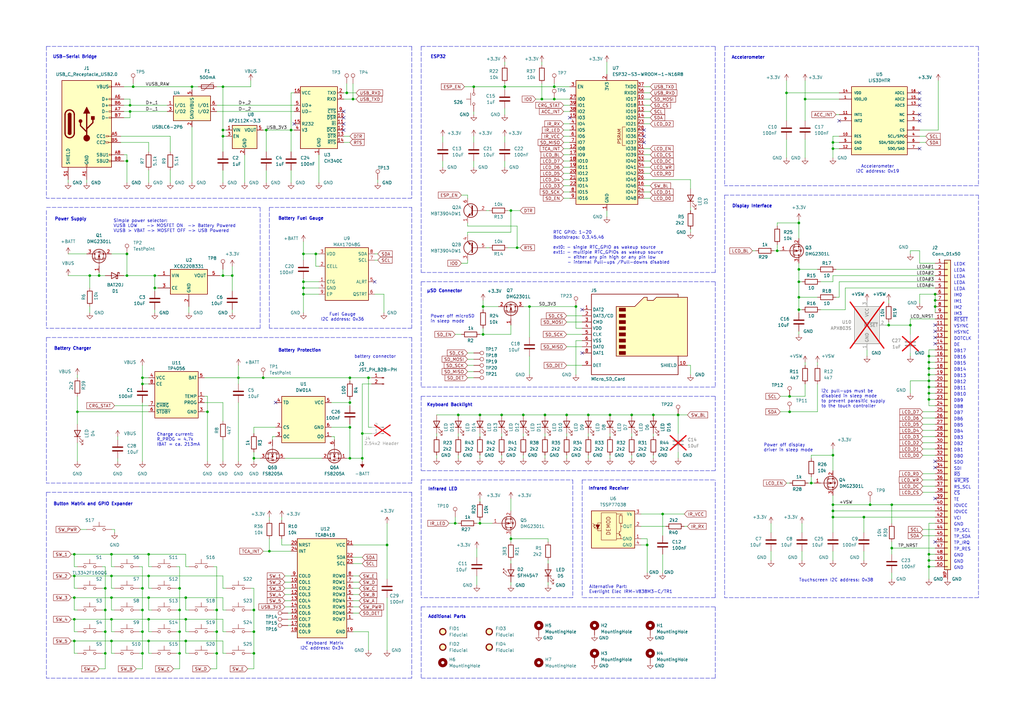
<source format=kicad_sch>
(kicad_sch (version 20231120) (generator "eeschema") (generator_version "8.0")
  (paper "A3")
  (title_block (title "OMOTE - Open Universal Remote") (date "2024-12-22") (rev "5") (company "Maximilian Kern"))
  (junction (at 63.5 113.03))
  (junction (at 205.74 170.18))
  (junction (at 53.34 43.18))
  (junction (at 73.66 250.19))
  (junction (at 341.63 60.96))
  (junction (at 198.12 125.73))
  (junction (at 209.55 86.36))
  (junction (at 60.96 262.89))
  (junction (at 124.46 120.65))
  (junction (at 53.34 45.72))
  (junction (at 327.66 110.49))
  (junction (at 143.51 154.94))
  (junction (at 365.76 207.01))
  (junction (at 341.63 209.55))
  (junction (at 91.44 113.03))
  (junction (at 73.66 259.08))
  (junction (at 124.46 118.11))
  (junction (at 186.69 214.63))
  (junction (at 104.14 267.97))
  (junction (at 381 146.05))
  (junction (at 381 151.13))
  (junction (at 88.9 267.97))
  (junction (at 43.18 267.97))
  (junction (at 381 229.87))
  (junction (at 45.72 262.89))
  (junction (at 323.85 168.91))
  (junction (at 58.42 154.94))
  (junction (at 381 148.59))
  (junction (at 332.74 198.12))
  (junction (at 60.96 245.11))
  (junction (at 45.72 236.22))
  (junction (at 212.09 101.6))
  (junction (at 143.51 187.96))
  (junction (at 271.78 210.82))
  (junction (at 383.54 125.73))
  (junction (at 365.76 224.79))
  (junction (at 151.13 154.94))
  (junction (at 250.19 170.18))
  (junction (at 143.51 175.26))
  (junction (at 91.44 55.88))
  (junction (at 381 163.83))
  (junction (at 58.42 259.08))
  (junction (at 60.96 254))
  (junction (at 73.66 267.97))
  (junction (at 88.9 250.19))
  (junction (at 104.14 187.96))
  (junction (at 40.64 113.03))
  (junction (at 129.54 104.14))
  (junction (at 76.2 262.89))
  (junction (at 78.74 35.56))
  (junction (at 31.75 168.91))
  (junction (at 318.77 102.87))
  (junction (at 383.54 123.19))
  (junction (at 267.97 170.18))
  (junction (at 91.44 53.34))
  (junction (at 198.12 137.16))
  (junction (at 196.85 170.18))
  (junction (at 107.95 154.94))
  (junction (at 95.25 113.03))
  (junction (at 381 232.41))
  (junction (at 259.08 170.18))
  (junction (at 327.66 115.57))
  (junction (at 52.07 66.04))
  (junction (at 341.63 207.01))
  (junction (at 241.3 170.18))
  (junction (at 322.58 38.1))
  (junction (at 158.75 223.52))
  (junction (at 236.22 125.73))
  (junction (at 227.33 40.64))
  (junction (at 45.72 254))
  (junction (at 52.07 113.03))
  (junction (at 119.38 53.34))
  (junction (at 45.72 245.11))
  (junction (at 196.85 214.63))
  (junction (at 187.96 170.18))
  (junction (at 341.63 186.69))
  (junction (at 381 158.75))
  (junction (at 97.79 154.94))
  (junction (at 217.17 125.73))
  (junction (at 341.63 212.09))
  (junction (at 104.14 259.08))
  (junction (at 144.78 40.64))
  (junction (at 373.38 133.35))
  (junction (at 381 153.67))
  (junction (at 88.9 259.08))
  (junction (at 109.22 53.34))
  (junction (at 143.51 165.1))
  (junction (at 364.49 133.35))
  (junction (at 327.66 121.92))
  (junction (at 85.09 168.91))
  (junction (at 58.42 157.48))
  (junction (at 43.18 259.08))
  (junction (at 52.07 104.14))
  (junction (at 43.18 250.19))
  (junction (at 124.46 115.57))
  (junction (at 341.63 58.42))
  (junction (at 327.66 91.44))
  (junction (at 330.2 40.64))
  (junction (at 124.46 104.14))
  (junction (at 381 227.33))
  (junction (at 58.42 267.97))
  (junction (at 58.42 250.19))
  (junction (at 54.61 35.56))
  (junction (at 110.49 226.06))
  (junction (at 381 156.21))
  (junction (at 104.14 250.19))
  (junction (at 30.48 236.22))
  (junction (at 207.01 35.56))
  (junction (at 383.54 120.65))
  (junction (at 209.55 220.98))
  (junction (at 354.33 212.09))
  (junction (at 265.43 223.52))
  (junction (at 36.83 113.03))
  (junction (at 43.18 241.3))
  (junction (at 232.41 170.18))
  (junction (at 222.25 40.64))
  (junction (at 30.48 227.33))
  (junction (at 148.59 177.8))
  (junction (at 214.63 170.18))
  (junction (at 76.2 245.11))
  (junction (at 45.72 227.33))
  (junction (at 223.52 170.18))
  (junction (at 60.96 236.22))
  (junction (at 323.85 162.56))
  (junction (at 91.44 35.56))
  (junction (at 63.5 118.11))
  (junction (at 142.24 38.1))
  (junction (at 148.59 187.96))
  (junction (at 73.66 241.3))
  (junction (at 278.13 170.18))
  (junction (at 30.48 254))
  (junction (at 30.48 245.11))
  (junction (at 76.2 254))
  (junction (at 381 161.29))
  (junction (at 194.31 35.56))
  (junction (at 327.66 127))
  (junction (at 227.33 35.56))
  (junction (at 58.42 241.3))
  (junction (at 30.48 262.89))
  (junction (at 356.87 207.01))
  (junction (at 60.96 227.33))
  (no_connect (at 264.16 53.34))
  (no_connect (at 377.19 38.1))
  (no_connect (at 383.54 191.77))
  (no_connect (at 140.97 53.34))
  (no_connect (at 383.54 138.43))
  (no_connect (at 344.17 49.53))
  (no_connect (at 264.16 58.42))
  (no_connect (at 264.16 55.88))
  (no_connect (at 377.19 60.96))
  (no_connect (at 238.76 144.78))
  (no_connect (at 140.97 48.26))
  (no_connect (at 140.97 50.8))
  (no_connect (at 383.54 135.89))
  (no_connect (at 383.54 204.47))
  (no_connect (at 113.03 165.1))
  (no_connect (at 377.19 49.53))
  (no_connect (at 377.19 43.18))
  (no_connect (at 377.19 40.64))
  (no_connect (at 120.65 50.8))
  (no_connect (at 153.67 115.57))
  (no_connect (at 233.68 48.26))
  (no_connect (at 377.19 46.99))
  (no_connect (at 383.54 222.25))
  (no_connect (at 383.54 189.23))
  (no_connect (at 383.54 140.97))
  (no_connect (at 238.76 127))
  (no_connect (at 383.54 133.35))
  (no_connect (at 140.97 45.72))
  (wire (pts (xy 36.83 113.03) (xy 40.64 113.03)))
  (wire (pts (xy 265.43 220.98) (xy 262.89 220.98)))
  (wire (pts (xy 259.08 186.69) (xy 259.08 187.96)))
  (wire (pts (xy 48.26 179.07) (xy 48.26 180.34)))
  (wire (pts (xy 30.48 227.33) (xy 30.48 232.41)))
  (wire (pts (xy 341.63 212.09) (xy 341.63 218.44)))
  (wire (pts (xy 383.54 232.41) (xy 381 232.41)))
  (wire (pts (xy 102.87 259.08) (xy 104.14 259.08)))
  (polyline (pts (xy 172.72 196.85) (xy 234.95 196.85)) (stroke (width 0) (type dash)))
  (wire (pts (xy 91.44 55.88) (xy 92.71 55.88)))
  (wire (pts (xy 264.16 73.66) (xy 283.21 73.66)))
  (polyline (pts (xy 172.72 162.56) (xy 172.72 193.04)) (stroke (width 0) (type dash)))
  (wire (pts (xy 186.69 212.09) (xy 186.69 214.63)))
  (wire (pts (xy 142.24 38.1) (xy 140.97 38.1)))
  (wire (pts (xy 332.74 186.69) (xy 341.63 186.69)))
  (wire (pts (xy 320.04 162.56) (xy 323.85 162.56)))
  (wire (pts (xy 124.46 120.65) (xy 124.46 118.11)))
  (wire (pts (xy 146.05 38.1) (xy 142.24 38.1)))
  (wire (pts (xy 381 151.13) (xy 381 153.67)))
  (wire (pts (xy 30.48 250.19) (xy 31.75 250.19)))
  (wire (pts (xy 116.84 187.96) (xy 132.08 187.96)))
  (wire (pts (xy 124.46 104.14) (xy 129.54 104.14)))
  (wire (pts (xy 91.44 267.97) (xy 92.71 267.97)))
  (wire (pts (xy 147.32 243.84) (xy 144.78 243.84)))
  (wire (pts (xy 129.54 104.14) (xy 130.81 104.14)))
  (wire (pts (xy 191.77 92.71) (xy 212.09 92.71)))
  (wire (pts (xy 83.82 168.91) (xy 85.09 168.91)))
  (wire (pts (xy 332.74 186.69) (xy 332.74 187.96)))
  (polyline (pts (xy 19.05 138.43) (xy 19.05 198.12)) (stroke (width 0) (type dash)))
  (wire (pts (xy 104.14 259.08) (xy 104.14 267.97)))
  (wire (pts (xy 102.87 241.3) (xy 104.14 241.3)))
  (wire (pts (xy 231.14 63.5) (xy 233.68 63.5)))
  (wire (pts (xy 129.54 104.14) (xy 129.54 109.22)))
  (wire (pts (xy 377.19 102.87) (xy 377.19 107.95)))
  (wire (pts (xy 187.96 186.69) (xy 187.96 187.96)))
  (wire (pts (xy 318.77 91.44) (xy 318.77 92.71)))
  (wire (pts (xy 318.77 91.44) (xy 327.66 91.44)))
  (polyline (pts (xy 172.72 248.92) (xy 172.72 278.13)) (stroke (width 0) (type dash)))
  (wire (pts (xy 378.46 184.15) (xy 383.54 184.15)))
  (wire (pts (xy 91.44 245.11) (xy 91.44 250.19)))
  (wire (pts (xy 322.58 38.1) (xy 322.58 49.53)))
  (polyline (pts (xy 172.72 115.57) (xy 172.72 158.75)) (stroke (width 0) (type dash)))
  (wire (pts (xy 52.07 104.14) (xy 52.07 113.03)))
  (wire (pts (xy 231.14 43.18) (xy 233.68 43.18)))
  (wire (pts (xy 143.51 163.83) (xy 143.51 165.1)))
  (wire (pts (xy 278.13 170.18) (xy 278.13 177.8)))
  (wire (pts (xy 354.33 212.09) (xy 383.54 212.09)))
  (wire (pts (xy 58.42 259.08) (xy 58.42 267.97)))
  (polyline (pts (xy 293.37 248.92) (xy 293.37 278.13)) (stroke (width 0) (type dash)))
  (wire (pts (xy 124.46 115.57) (xy 124.46 114.3)))
  (wire (pts (xy 184.15 214.63) (xy 186.69 214.63)))
  (wire (pts (xy 342.9 46.99) (xy 344.17 46.99)))
  (wire (pts (xy 330.2 40.64) (xy 330.2 49.53)))
  (wire (pts (xy 231.14 66.04) (xy 233.68 66.04)))
  (wire (pts (xy 341.63 55.88) (xy 341.63 58.42)))
  (wire (pts (xy 336.55 115.57) (xy 341.63 115.57)))
  (wire (pts (xy 110.49 226.06) (xy 119.38 226.06)))
  (wire (pts (xy 241.3 186.69) (xy 241.3 187.96)))
  (wire (pts (xy 381 227.33) (xy 381 229.87)))
  (wire (pts (xy 97.79 165.1) (xy 97.79 189.23)))
  (wire (pts (xy 207.01 25.4) (xy 207.01 26.67)))
  (wire (pts (xy 153.67 120.65) (xy 157.48 120.65)))
  (wire (pts (xy 383.54 125.73) (xy 383.54 123.19)))
  (wire (pts (xy 195.58 214.63) (xy 196.85 214.63)))
  (wire (pts (xy 36.83 113.03) (xy 27.94 113.03)))
  (wire (pts (xy 381 148.59) (xy 381 151.13)))
  (wire (pts (xy 227.33 40.64) (xy 222.25 40.64)))
  (wire (pts (xy 384.81 53.34) (xy 384.81 33.02)))
  (wire (pts (xy 45.72 236.22) (xy 60.96 236.22)))
  (wire (pts (xy 217.17 125.73) (xy 236.22 125.73)))
  (wire (pts (xy 330.2 149.86) (xy 330.2 148.59)))
  (wire (pts (xy 194.31 58.42) (xy 194.31 55.88)))
  (wire (pts (xy 143.51 154.94) (xy 151.13 154.94)))
  (wire (pts (xy 83.82 165.1) (xy 91.44 165.1)))
  (wire (pts (xy 262.89 210.82) (xy 271.78 210.82)))
  (wire (pts (xy 341.63 113.03) (xy 383.54 113.03)))
  (wire (pts (xy 50.8 113.03) (xy 52.07 113.03)))
  (wire (pts (xy 381 146.05) (xy 383.54 146.05)))
  (wire (pts (xy 364.49 133.35) (xy 373.38 133.35)))
  (wire (pts (xy 265.43 223.52) (xy 265.43 220.98)))
  (wire (pts (xy 116.84 246.38) (xy 119.38 246.38)))
  (wire (pts (xy 341.63 203.2) (xy 341.63 207.01)))
  (wire (pts (xy 27.94 73.66) (xy 27.94 74.93)))
  (wire (pts (xy 85.09 168.91) (xy 85.09 189.23)))
  (wire (pts (xy 111.76 179.07) (xy 111.76 180.34)))
  (wire (pts (xy 383.54 118.11) (xy 346.71 118.11)))
  (wire (pts (xy 378.46 201.93) (xy 383.54 201.93)))
  (wire (pts (xy 144.78 34.29) (xy 144.78 40.64)))
  (wire (pts (xy 327.66 127) (xy 327.66 128.27)))
  (wire (pts (xy 142.24 34.29) (xy 142.24 38.1)))
  (wire (pts (xy 224.79 238.76) (xy 224.79 240.03)))
  (wire (pts (xy 30.48 232.41) (xy 31.75 232.41)))
  (wire (pts (xy 327.66 127) (xy 328.93 127)))
  (wire (pts (xy 322.58 38.1) (xy 344.17 38.1)))
  (polyline (pts (xy 293.37 245.11) (xy 238.76 245.11)) (stroke (width 0) (type dash)))
  (wire (pts (xy 40.64 113.03) (xy 43.18 113.03)))
  (wire (pts (xy 316.23 214.63) (xy 316.23 218.44)))
  (polyline (pts (xy 297.18 19.05) (xy 401.32 19.05)) (stroke (width 0) (type dash)))
  (wire (pts (xy 69.85 55.88) (xy 69.85 62.23)))
  (wire (pts (xy 212.09 101.6) (xy 213.36 101.6)))
  (wire (pts (xy 49.53 58.42) (xy 60.96 58.42)))
  (wire (pts (xy 207.01 66.04) (xy 207.01 68.58)))
  (wire (pts (xy 147.32 238.76) (xy 144.78 238.76)))
  (wire (pts (xy 53.34 43.18) (xy 68.58 43.18)))
  (wire (pts (xy 87.63 259.08) (xy 88.9 259.08)))
  (wire (pts (xy 381 232.41) (xy 381 237.49)))
  (wire (pts (xy 83.82 154.94) (xy 97.79 154.94)))
  (wire (pts (xy 217.17 125.73) (xy 214.63 125.73)))
  (wire (pts (xy 330.2 57.15) (xy 330.2 64.77)))
  (wire (pts (xy 199.39 101.6) (xy 200.66 101.6)))
  (wire (pts (xy 91.44 250.19) (xy 92.71 250.19)))
  (polyline (pts (xy 293.37 111.76) (xy 172.72 111.76)) (stroke (width 0) (type dash)))
  (wire (pts (xy 189.23 107.95) (xy 191.77 107.95)))
  (wire (pts (xy 49.53 55.88) (xy 69.85 55.88)))
  (polyline (pts (xy 110.49 85.09) (xy 168.91 85.09)) (stroke (width 0) (type dash)))
  (wire (pts (xy 106.68 187.96) (xy 104.14 187.96)))
  (wire (pts (xy 41.91 232.41) (xy 43.18 232.41)))
  (wire (pts (xy 35.56 217.17) (xy 33.02 217.17)))
  (wire (pts (xy 152.4 157.48) (xy 148.59 157.48)))
  (wire (pts (xy 264.16 63.5) (xy 266.7 63.5)))
  (wire (pts (xy 190.5 35.56) (xy 194.31 35.56)))
  (wire (pts (xy 344.17 40.64) (xy 330.2 40.64)))
  (wire (pts (xy 50.8 35.56) (xy 54.61 35.56)))
  (wire (pts (xy 217.17 146.05) (xy 217.17 153.67)))
  (wire (pts (xy 60.96 236.22) (xy 60.96 241.3)))
  (wire (pts (xy 233.68 53.34) (xy 231.14 53.34)))
  (wire (pts (xy 264.16 76.2) (xy 266.7 76.2)))
  (wire (pts (xy 40.64 111.76) (xy 40.64 113.03)))
  (wire (pts (xy 154.94 106.68) (xy 153.67 106.68)))
  (wire (pts (xy 88.9 267.97) (xy 88.9 274.32)))
  (wire (pts (xy 383.54 219.71) (xy 378.46 219.71)))
  (wire (pts (xy 342.9 121.92) (xy 344.17 121.92)))
  (wire (pts (xy 60.96 58.42) (xy 60.96 62.23)))
  (wire (pts (xy 43.18 250.19) (xy 43.18 259.08)))
  (polyline (pts (xy 172.72 19.05) (xy 172.72 111.76)) (stroke (width 0) (type dash)))
  (wire (pts (xy 377.19 107.95) (xy 383.54 107.95)))
  (wire (pts (xy 378.46 181.61) (xy 383.54 181.61)))
  (wire (pts (xy 60.96 245.11) (xy 60.96 250.19)))
  (polyline (pts (xy 293.37 278.13) (xy 172.72 278.13)) (stroke (width 0) (type dash)))
  (wire (pts (xy 231.14 71.12) (xy 233.68 71.12)))
  (wire (pts (xy 364.49 132.08) (xy 364.49 133.35)))
  (wire (pts (xy 52.07 63.5) (xy 52.07 66.04)))
  (wire (pts (xy 158.75 214.63) (xy 158.75 223.52)))
  (wire (pts (xy 152.4 175.26) (xy 151.13 175.26)))
  (wire (pts (xy 341.63 209.55) (xy 341.63 207.01)))
  (wire (pts (xy 381 158.75) (xy 381 161.29)))
  (wire (pts (xy 187.96 170.18) (xy 179.07 170.18)))
  (wire (pts (xy 332.74 195.58) (xy 332.74 198.12)))
  (wire (pts (xy 250.19 170.18) (xy 241.3 170.18)))
  (wire (pts (xy 283.21 73.66) (xy 283.21 77.47)))
  (wire (pts (xy 196.85 177.8) (xy 196.85 179.07)))
  (wire (pts (xy 194.31 147.32) (xy 191.77 147.32)))
  (wire (pts (xy 88.9 43.18) (xy 120.65 43.18)))
  (wire (pts (xy 187.96 170.18) (xy 196.85 170.18)))
  (wire (pts (xy 143.51 175.26) (xy 143.51 173.99)))
  (polyline (pts (xy 172.72 19.05) (xy 293.37 19.05)) (stroke (width 0) (type dash)))
  (wire (pts (xy 214.63 177.8) (xy 214.63 179.07)))
  (wire (pts (xy 137.16 179.07) (xy 137.16 180.34)))
  (wire (pts (xy 113.03 179.07) (xy 111.76 179.07)))
  (wire (pts (xy 147.32 251.46) (xy 144.78 251.46)))
  (polyline (pts (xy 297.18 80.01) (xy 297.18 245.11)) (stroke (width 0) (type dash)))
  (wire (pts (xy 341.63 186.69) (xy 341.63 193.04)))
  (wire (pts (xy 36.83 113.03) (xy 36.83 118.11)))
  (wire (pts (xy 191.77 95.25) (xy 209.55 95.25)))
  (wire (pts (xy 143.51 55.88) (xy 140.97 55.88)))
  (wire (pts (xy 27.94 104.14) (xy 35.56 104.14)))
  (wire (pts (xy 78.74 35.56) (xy 81.28 35.56)))
  (wire (pts (xy 264.16 68.58) (xy 266.7 68.58)))
  (wire (pts (xy 232.41 149.86) (xy 238.76 149.86)))
  (wire (pts (xy 53.34 45.72) (xy 68.58 45.72)))
  (wire (pts (xy 373.38 102.87) (xy 373.38 104.14)))
  (wire (pts (xy 280.67 210.82) (xy 271.78 210.82)))
  (polyline (pts (xy 19.05 85.09) (xy 106.68 85.09)) (stroke (width 0) (type dash)))
  (wire (pts (xy 30.48 262.89) (xy 45.72 262.89)))
  (wire (pts (xy 327.66 107.95) (xy 327.66 110.49)))
  (wire (pts (xy 233.68 55.88) (xy 231.14 55.88)))
  (wire (pts (xy 248.92 88.9) (xy 248.92 86.36)))
  (wire (pts (xy 73.66 250.19) (xy 73.66 259.08)))
  (wire (pts (xy 381 161.29) (xy 381 163.83)))
  (wire (pts (xy 373.38 130.81) (xy 373.38 133.35)))
  (wire (pts (xy 262.89 223.52) (xy 265.43 223.52)))
  (wire (pts (xy 63.5 113.03) (xy 63.5 118.11)))
  (wire (pts (xy 322.58 33.02) (xy 322.58 38.1)))
  (wire (pts (xy 116.84 238.76) (xy 119.38 238.76)))
  (wire (pts (xy 207.01 35.56) (xy 207.01 36.83)))
  (wire (pts (xy 232.41 170.18) (xy 223.52 170.18)))
  (polyline (pts (xy 19.05 138.43) (xy 168.91 138.43)) (stroke (width 0) (type dash)))
  (wire (pts (xy 45.72 245.11) (xy 45.72 250.19)))
  (wire (pts (xy 373.38 161.29) (xy 373.38 156.21)))
  (wire (pts (xy 109.22 53.34) (xy 109.22 62.23)))
  (wire (pts (xy 271.78 210.82) (xy 271.78 219.71)))
  (wire (pts (xy 214.63 186.69) (xy 214.63 187.96)))
  (wire (pts (xy 110.49 226.06) (xy 110.49 220.98)))
  (wire (pts (xy 50.8 40.64) (xy 53.34 40.64)))
  (wire (pts (xy 381 143.51) (xy 383.54 143.51)))
  (wire (pts (xy 320.04 102.87) (xy 318.77 102.87)))
  (wire (pts (xy 378.46 171.45) (xy 383.54 171.45)))
  (wire (pts (xy 73.66 259.08) (xy 73.66 267.97)))
  (wire (pts (xy 250.19 177.8) (xy 250.19 179.07)))
  (wire (pts (xy 71.12 274.32) (xy 73.66 274.32)))
  (wire (pts (xy 118.11 251.46) (xy 119.38 251.46)))
  (polyline (pts (xy 238.76 196.85) (xy 238.76 245.11)) (stroke (width 0) (type dash)))
  (polyline (pts (xy 238.76 196.85) (xy 293.37 196.85)) (stroke (width 0) (type dash)))
  (wire (pts (xy 205.74 170.18) (xy 196.85 170.18)))
  (wire (pts (xy 130.81 120.65) (xy 124.46 120.65)))
  (wire (pts (xy 63.5 113.03) (xy 64.77 113.03)))
  (wire (pts (xy 212.09 101.6) (xy 208.28 101.6)))
  (wire (pts (xy 207.01 35.56) (xy 207.01 34.29)))
  (wire (pts (xy 264.16 38.1) (xy 266.7 38.1)))
  (wire (pts (xy 259.08 170.18) (xy 267.97 170.18)))
  (wire (pts (xy 41.91 259.08) (xy 43.18 259.08)))
  (wire (pts (xy 283.21 149.86) (xy 283.21 153.67)))
  (wire (pts (xy 265.43 223.52) (xy 265.43 234.95)))
  (wire (pts (xy 381 158.75) (xy 383.54 158.75)))
  (wire (pts (xy 45.72 250.19) (xy 46.99 250.19)))
  (wire (pts (xy 381 143.51) (xy 381 146.05)))
  (wire (pts (xy 107.95 226.06) (xy 110.49 226.06)))
  (wire (pts (xy 381 214.63) (xy 381 227.33)))
  (wire (pts (xy 236.22 139.7) (xy 238.76 139.7)))
  (wire (pts (xy 344.17 55.88) (xy 341.63 55.88)))
  (wire (pts (xy 151.13 259.08) (xy 144.78 259.08)))
  (wire (pts (xy 69.85 69.85) (xy 69.85 74.93)))
  (wire (pts (xy 283.21 95.25) (xy 283.21 93.98)))
  (wire (pts (xy 262.89 215.9) (xy 273.05 215.9)))
  (wire (pts (xy 91.44 113.03) (xy 95.25 113.03)))
  (wire (pts (xy 109.22 53.34) (xy 119.38 53.34)))
  (wire (pts (xy 266.7 81.28) (xy 264.16 81.28)))
  (wire (pts (xy 119.38 38.1) (xy 120.65 38.1)))
  (wire (pts (xy 31.75 189.23) (xy 31.75 181.61)))
  (wire (pts (xy 63.5 118.11) (xy 63.5 119.38)))
  (polyline (pts (xy 234.95 245.11) (xy 172.72 245.11)) (stroke (width 0) (type dash)))
  (wire (pts (xy 322.58 198.12) (xy 323.85 198.12)))
  (wire (pts (xy 223.52 177.8) (xy 223.52 179.07)))
  (polyline (pts (xy 293.37 158.75) (xy 172.72 158.75)) (stroke (width 0) (type dash)))
  (wire (pts (xy 40.64 274.32) (xy 43.18 274.32)))
  (wire (pts (xy 57.15 259.08) (xy 58.42 259.08)))
  (polyline (pts (xy 106.68 134.62) (xy 19.05 134.62)) (stroke (width 0) (type dash)))
  (wire (pts (xy 58.42 154.94) (xy 58.42 157.48)))
  (wire (pts (xy 207.01 46.99) (xy 207.01 44.45)))
  (polyline (pts (xy 19.05 201.93) (xy 19.05 278.13)) (stroke (width 0) (type dash)))
  (wire (pts (xy 115.57 212.09) (xy 115.57 213.36)))
  (wire (pts (xy 373.38 156.21) (xy 381 156.21)))
  (wire (pts (xy 322.58 57.15) (xy 322.58 64.77)))
  (wire (pts (xy 83.82 162.56) (xy 85.09 162.56)))
  (wire (pts (xy 158.75 223.52) (xy 144.78 223.52)))
  (polyline (pts (xy 293.37 162.56) (xy 293.37 193.04)) (stroke (width 0) (type dash)))
  (wire (pts (xy 227.33 34.29) (xy 227.33 35.56)))
  (wire (pts (xy 222.25 26.67) (xy 222.25 25.4)))
  (wire (pts (xy 45.72 104.14) (xy 52.07 104.14)))
  (wire (pts (xy 29.21 227.33) (xy 30.48 227.33)))
  (wire (pts (xy 35.56 73.66) (xy 35.56 74.93)))
  (wire (pts (xy 335.28 168.91) (xy 323.85 168.91)))
  (wire (pts (xy 57.15 267.97) (xy 58.42 267.97)))
  (wire (pts (xy 30.48 227.33) (xy 45.72 227.33)))
  (wire (pts (xy 45.72 227.33) (xy 60.96 227.33)))
  (wire (pts (xy 58.42 165.1) (xy 58.42 189.23)))
  (wire (pts (xy 209.55 220.98) (xy 209.55 222.25)))
  (polyline (pts (xy 293.37 245.11) (xy 293.37 196.85)) (stroke (width 0) (type dash)))
  (wire (pts (xy 196.85 213.36) (xy 196.85 214.63)))
  (wire (pts (xy 378.46 186.69) (xy 383.54 186.69)))
  (wire (pts (xy 63.5 127) (xy 63.5 128.27)))
  (wire (pts (xy 194.31 144.78) (xy 191.77 144.78)))
  (wire (pts (xy 381 148.59) (xy 383.54 148.59)))
  (wire (pts (xy 264.16 66.04) (xy 266.7 66.04)))
  (wire (pts (xy 144.78 236.22) (xy 147.32 236.22)))
  (wire (pts (xy 222.25 40.64) (xy 222.25 34.29)))
  (wire (pts (xy 60.96 241.3) (xy 62.23 241.3)))
  (wire (pts (xy 119.38 38.1) (xy 119.38 53.34)))
  (wire (pts (xy 259.08 177.8) (xy 259.08 179.07)))
  (wire (pts (xy 283.21 85.09) (xy 283.21 86.36)))
  (wire (pts (xy 31.75 168.91) (xy 60.96 168.91)))
  (wire (pts (xy 45.72 262.89) (xy 60.96 262.89)))
  (wire (pts (xy 356.87 207.01) (xy 365.76 207.01)))
  (wire (pts (xy 60.96 232.41) (xy 62.23 232.41)))
  (wire (pts (xy 231.14 50.8) (xy 233.68 50.8)))
  (wire (pts (xy 179.07 177.8) (xy 179.07 179.07)))
  (wire (pts (xy 381 166.37) (xy 383.54 166.37)))
  (wire (pts (xy 143.51 58.42) (xy 140.97 58.42)))
  (wire (pts (xy 186.69 214.63) (xy 187.96 214.63)))
  (wire (pts (xy 76.2 232.41) (xy 77.47 232.41)))
  (wire (pts (xy 109.22 69.85) (xy 109.22 74.93)))
  (wire (pts (xy 50.8 63.5) (xy 52.07 63.5)))
  (wire (pts (xy 76.2 245.11) (xy 91.44 245.11)))
  (wire (pts (xy 381 156.21) (xy 381 158.75)))
  (wire (pts (xy 354.33 226.06) (xy 354.33 229.87)))
  (wire (pts (xy 73.66 241.3) (xy 73.66 250.19)))
  (polyline (pts (xy 168.91 134.62) (xy 110.49 134.62)) (stroke (width 0) (type dash)))
  (wire (pts (xy 151.13 154.94) (xy 152.4 154.94)))
  (wire (pts (xy 58.42 149.86) (xy 58.42 154.94)))
  (wire (pts (xy 209.55 86.36) (xy 213.36 86.36)))
  (wire (pts (xy 327.66 115.57) (xy 327.66 121.92)))
  (wire (pts (xy 30.48 245.11) (xy 30.48 250.19)))
  (wire (pts (xy 45.72 267.97) (xy 46.99 267.97)))
  (wire (pts (xy 30.48 241.3) (xy 31.75 241.3)))
  (wire (pts (xy 364.49 123.19) (xy 364.49 124.46)))
  (wire (pts (xy 97.79 154.94) (xy 107.95 154.94)))
  (wire (pts (xy 88.9 45.72) (xy 120.65 45.72)))
  (wire (pts (xy 335.28 110.49) (xy 327.66 110.49)))
  (wire (pts (xy 346.71 127) (xy 336.55 127)))
  (wire (pts (xy 45.72 262.89) (xy 45.72 267.97)))
  (wire (pts (xy 60.96 254) (xy 60.96 259.08)))
  (wire (pts (xy 328.93 214.63) (xy 328.93 218.44)))
  (wire (pts (xy 104.14 187.96) (xy 104.14 189.23)))
  (wire (pts (xy 332.74 198.12) (xy 334.01 198.12)))
  (wire (pts (xy 97.79 154.94) (xy 97.79 157.48)))
  (wire (pts (xy 144.78 228.6) (xy 148.59 228.6)))
  (wire (pts (xy 60.96 259.08) (xy 62.23 259.08)))
  (wire (pts (xy 373.38 133.35) (xy 373.38 137.16)))
  (wire (pts (xy 232.41 186.69) (xy 232.41 187.96)))
  (polyline (pts (xy 401.32 245.11) (xy 297.18 245.11)) (stroke (width 0) (type dash)))
  (wire (pts (xy 281.94 149.86) (xy 283.21 149.86)))
  (wire (pts (xy 266.7 43.18) (xy 264.16 43.18)))
  (wire (pts (xy 116.84 243.84) (xy 119.38 243.84)))
  (wire (pts (xy 45.72 254) (xy 45.72 259.08)))
  (wire (pts (xy 378.46 179.07) (xy 383.54 179.07)))
  (wire (pts (xy 373.38 146.05) (xy 373.38 144.78)))
  (wire (pts (xy 101.6 274.32) (xy 104.14 274.32)))
  (wire (pts (xy 195.58 236.22) (xy 195.58 240.03)))
  (polyline (pts (xy 172.72 162.56) (xy 293.37 162.56)) (stroke (width 0) (type dash)))
  (wire (pts (xy 331.47 198.12) (xy 332.74 198.12)))
  (wire (pts (xy 377.19 120.65) (xy 383.54 120.65)))
  (wire (pts (xy 198.12 137.16) (xy 196.85 137.16)))
  (polyline (pts (xy 168.91 85.09) (xy 168.91 134.62)) (stroke (width 0) (type dash)))
  (wire (pts (xy 231.14 73.66) (xy 233.68 73.66)))
  (wire (pts (xy 124.46 115.57) (xy 130.81 115.57)))
  (wire (pts (xy 232.41 129.54) (xy 238.76 129.54)))
  (wire (pts (xy 78.74 35.56) (xy 78.74 36.83)))
  (wire (pts (xy 95.25 127) (xy 95.25 128.27)))
  (wire (pts (xy 30.48 236.22) (xy 45.72 236.22)))
  (wire (pts (xy 60.96 250.19) (xy 62.23 250.19)))
  (wire (pts (xy 328.93 226.06) (xy 328.93 229.87)))
  (wire (pts (xy 196.85 204.47) (xy 196.85 205.74)))
  (wire (pts (xy 72.39 259.08) (xy 73.66 259.08)))
  (wire (pts (xy 76.2 254) (xy 91.44 254)))
  (wire (pts (xy 383.54 229.87) (xy 381 229.87)))
  (wire (pts (xy 232.41 137.16) (xy 238.76 137.16)))
  (wire (pts (xy 143.51 165.1) (xy 143.51 166.37)))
  (wire (pts (xy 118.11 254) (xy 119.38 254)))
  (wire (pts (xy 146.05 40.64) (xy 144.78 40.64)))
  (wire (pts (xy 209.55 86.36) (xy 208.28 86.36)))
  (wire (pts (xy 365.76 207.01) (xy 365.76 214.63)))
  (wire (pts (xy 116.84 248.92) (xy 119.38 248.92)))
  (wire (pts (xy 120.65 53.34) (xy 119.38 53.34)))
  (wire (pts (xy 187.96 177.8) (xy 187.96 179.07)))
  (wire (pts (xy 60.96 157.48) (xy 58.42 157.48)))
  (wire (pts (xy 76.2 245.11) (xy 76.2 250.19)))
  (wire (pts (xy 214.63 170.18) (xy 205.74 170.18)))
  (wire (pts (xy 227.33 40.64) (xy 233.68 40.64)))
  (wire (pts (xy 104.14 267.97) (xy 104.14 274.32)))
  (wire (pts (xy 36.83 128.27) (xy 36.83 125.73)))
  (wire (pts (xy 381 161.29) (xy 383.54 161.29)))
  (wire (pts (xy 29.21 245.11) (xy 30.48 245.11)))
  (polyline (pts (xy 110.49 134.62) (xy 110.49 85.09)) (stroke (width 0) (type dash)))
  (wire (pts (xy 196.85 214.63) (xy 201.93 214.63)))
  (wire (pts (xy 231.14 60.96) (xy 233.68 60.96)))
  (wire (pts (xy 72.39 232.41) (xy 73.66 232.41)))
  (polyline (pts (xy 168.91 19.05) (xy 168.91 81.28)) (stroke (width 0) (type dash)))
  (wire (pts (xy 91.44 35.56) (xy 102.87 35.56)))
  (wire (pts (xy 189.23 137.16) (xy 186.69 137.16)))
  (wire (pts (xy 271.78 227.33) (xy 271.78 234.95)))
  (wire (pts (xy 41.91 250.19) (xy 43.18 250.19)))
  (wire (pts (xy 76.2 262.89) (xy 76.2 267.97)))
  (wire (pts (xy 373.38 102.87) (xy 377.19 102.87)))
  (wire (pts (xy 381 146.05) (xy 381 148.59)))
  (wire (pts (xy 124.46 106.68) (xy 124.46 104.14)))
  (wire (pts (xy 91.44 262.89) (xy 91.44 267.97)))
  (wire (pts (xy 31.75 168.91) (xy 31.75 173.99)))
  (wire (pts (xy 43.18 232.41) (xy 43.18 241.3)))
  (wire (pts (xy 124.46 120.65) (xy 124.46 128.27)))
  (wire (pts (xy 57.15 232.41) (xy 58.42 232.41)))
  (wire (pts (xy 231.14 81.28) (xy 233.68 81.28)))
  (polyline (pts (xy 168.91 138.43) (xy 168.91 198.12)) (stroke (width 0) (type dash)))
  (wire (pts (xy 209.55 220.98) (xy 224.79 220.98)))
  (wire (pts (xy 45.72 227.33) (xy 45.72 232.41)))
  (wire (pts (xy 148.59 177.8) (xy 152.4 177.8)))
  (wire (pts (xy 60.96 245.11) (xy 76.2 245.11)))
  (wire (pts (xy 378.46 217.17) (xy 383.54 217.17)))
  (polyline (pts (xy 293.37 193.04) (xy 172.72 193.04)) (stroke (width 0) (type dash)))
  (wire (pts (xy 91.44 110.49) (xy 91.44 113.03)))
  (wire (pts (xy 378.46 168.91) (xy 383.54 168.91)))
  (polyline (pts (xy 297.18 19.05) (xy 297.18 76.2)) (stroke (width 0) (type dash)))
  (wire (pts (xy 209.55 204.47) (xy 209.55 209.55)))
  (wire (pts (xy 381 156.21) (xy 383.54 156.21)))
  (wire (pts (xy 30.48 236.22) (xy 30.48 241.3)))
  (wire (pts (xy 43.18 241.3) (xy 43.18 250.19)))
  (polyline (pts (xy 401.32 80.01) (xy 401.32 245.11)) (stroke (width 0) (type dash)))
  (polyline (pts (xy 401.32 19.05) (xy 401.32 76.2)) (stroke (width 0) (type dash)))
  (wire (pts (xy 373.38 130.81) (xy 383.54 130.81)))
  (wire (pts (xy 50.8 66.04) (xy 52.07 66.04)))
  (wire (pts (xy 124.46 118.11) (xy 124.46 115.57)))
  (wire (pts (xy 198.12 123.19) (xy 198.12 125.73)))
  (wire (pts (xy 191.77 154.94) (xy 194.31 154.94)))
  (wire (pts (xy 50.8 43.18) (xy 53.34 43.18)))
  (wire (pts (xy 330.2 33.02) (xy 330.2 40.64)))
  (wire (pts (xy 104.14 250.19) (xy 104.14 259.08)))
  (wire (pts (xy 60.96 267.97) (xy 62.23 267.97)))
  (wire (pts (xy 87.63 250.19) (xy 88.9 250.19)))
  (wire (pts (xy 118.11 256.54) (xy 119.38 256.54)))
  (wire (pts (xy 76.2 259.08) (xy 77.47 259.08)))
  (wire (pts (xy 135.89 165.1) (xy 143.51 165.1)))
  (wire (pts (xy 45.72 259.08) (xy 46.99 259.08)))
  (wire (pts (xy 381 163.83) (xy 381 166.37)))
  (wire (pts (xy 356.87 205.74) (xy 356.87 207.01)))
  (wire (pts (xy 330.2 162.56) (xy 323.85 162.56)))
  (wire (pts (xy 54.61 35.56) (xy 78.74 35.56)))
  (wire (pts (xy 231.14 45.72) (xy 233.68 45.72)))
  (wire (pts (xy 327.66 90.17) (xy 327.66 91.44)))
  (wire (pts (xy 29.21 236.22) (xy 30.48 236.22)))
  (wire (pts (xy 264.16 71.12) (xy 266.7 71.12)))
  (wire (pts (xy 30.48 254) (xy 30.48 259.08)))
  (wire (pts (xy 363.22 133.35) (xy 364.49 133.35)))
  (wire (pts (xy 52.07 66.04) (xy 52.07 74.93)))
  (polyline (pts (xy 172.72 115.57) (xy 293.37 115.57)) (stroke (width 0) (type dash)))
  (wire (pts (xy 266.7 45.72) (xy 264.16 45.72)))
  (wire (pts (xy 76.2 250.19) (xy 77.47 250.19)))
  (wire (pts (xy 29.21 254) (xy 30.48 254)))
  (wire (pts (xy 223.52 170.18) (xy 214.63 170.18)))
  (wire (pts (xy 267.97 186.69) (xy 267.97 187.96)))
  (wire (pts (xy 194.31 46.99) (xy 194.31 45.72)))
  (wire (pts (xy 151.13 266.7) (xy 151.13 259.08)))
  (polyline (pts (xy 168.91 81.28) (xy 19.05 81.28)) (stroke (width 0) (type dash)))
  (wire (pts (xy 212.09 92.71) (xy 212.09 101.6)))
  (wire (pts (xy 30.48 267.97) (xy 31.75 267.97)))
  (wire (pts (xy 181.61 66.04) (xy 181.61 68.58)))
  (wire (pts (xy 113.03 175.26) (xy 104.14 175.26)))
  (wire (pts (xy 76.2 254) (xy 76.2 259.08)))
  (wire (pts (xy 91.44 236.22) (xy 91.44 241.3)))
  (wire (pts (xy 46.99 217.17) (xy 45.72 217.17)))
  (wire (pts (xy 144.78 248.92) (xy 147.32 248.92)))
  (wire (pts (xy 91.44 259.08) (xy 92.71 259.08)))
  (wire (pts (xy 60.96 69.85) (xy 60.96 74.93)))
  (wire (pts (xy 209.55 219.71) (xy 209.55 220.98)))
  (wire (pts (xy 31.75 162.56) (xy 31.75 168.91)))
  (wire (pts (xy 91.44 254) (xy 91.44 259.08)))
  (wire (pts (xy 104.14 241.3) (xy 104.14 250.19)))
  (wire (pts (xy 232.41 142.24) (xy 238.76 142.24)))
  (wire (pts (xy 104.14 185.42) (xy 104.14 187.96)))
  (wire (pts (xy 377.19 58.42) (xy 379.73 58.42)))
  (wire (pts (xy 231.14 58.42) (xy 233.68 58.42)))
  (wire (pts (xy 224.79 229.87) (xy 224.79 231.14)))
  (wire (pts (xy 383.54 214.63) (xy 381 214.63)))
  (wire (pts (xy 378.46 173.99) (xy 383.54 173.99)))
  (wire (pts (xy 328.93 115.57) (xy 327.66 115.57)))
  (wire (pts (xy 119.38 69.85) (xy 119.38 74.93)))
  (wire (pts (xy 143.51 156.21) (xy 143.51 154.94)))
  (wire (pts (xy 341.63 212.09) (xy 354.33 212.09)))
  (wire (pts (xy 45.72 254) (xy 60.96 254)))
  (wire (pts (xy 115.57 220.98) (xy 115.57 223.52)))
  (polyline (pts (xy 293.37 19.05) (xy 293.37 111.76)) (stroke (width 0) (type dash)))
  (wire (pts (xy 154.94 74.93) (xy 154.94 73.66)))
  (wire (pts (xy 222.25 40.64) (xy 219.71 40.64)))
  (wire (pts (xy 115.57 223.52) (xy 119.38 223.52)))
  (wire (pts (xy 341.63 212.09) (xy 341.63 209.55)))
  (wire (pts (xy 241.3 170.18) (xy 232.41 170.18)))
  (wire (pts (xy 207.01 58.42) (xy 207.01 55.88)))
  (wire (pts (xy 58.42 232.41) (xy 58.42 241.3)))
  (wire (pts (xy 41.91 267.97) (xy 43.18 267.97)))
  (wire (pts (xy 147.32 246.38) (xy 144.78 246.38)))
  (wire (pts (xy 318.77 100.33) (xy 318.77 102.87)))
  (wire (pts (xy 45.72 232.41) (xy 46.99 232.41)))
  (wire (pts (xy 383.54 227.33) (xy 381 227.33)))
  (wire (pts (xy 116.84 241.3) (xy 119.38 241.3)))
  (wire (pts (xy 130.81 63.5) (xy 130.81 74.93)))
  (wire (pts (xy 196.85 186.69) (xy 196.85 187.96)))
  (wire (pts (xy 104.14 175.26) (xy 104.14 177.8)))
  (wire (pts (xy 45.72 236.22) (xy 45.72 241.3)))
  (wire (pts (xy 316.23 226.06) (xy 316.23 229.87)))
  (wire (pts (xy 95.25 113.03) (xy 95.25 119.38)))
  (wire (pts (xy 341.63 186.69) (xy 341.63 184.15)))
  (wire (pts (xy 342.9 110.49) (xy 383.54 110.49)))
  (wire (pts (xy 189.23 80.01) (xy 191.77 80.01)))
  (wire (pts (xy 266.7 78.74) (xy 264.16 78.74)))
  (polyline (pts (xy 19.05 201.93) (xy 168.91 201.93)) (stroke (width 0) (type dash)))
  (wire (pts (xy 365.76 224.79) (xy 365.76 222.25)))
  (polyline (pts (xy 19.05 19.05) (xy 19.05 81.28)) (stroke (width 0) (type dash)))
  (wire (pts (xy 60.96 227.33) (xy 60.96 232.41)))
  (wire (pts (xy 60.96 262.89) (xy 76.2 262.89)))
  (wire (pts (xy 233.68 35.56) (xy 227.33 35.56)))
  (wire (pts (xy 91.44 35.56) (xy 91.44 53.34)))
  (wire (pts (xy 87.63 232.41) (xy 88.9 232.41)))
  (wire (pts (xy 151.13 154.94) (xy 151.13 175.26)))
  (wire (pts (xy 209.55 229.87) (xy 209.55 231.14)))
  (wire (pts (xy 341.63 207.01) (xy 356.87 207.01)))
  (wire (pts (xy 148.59 231.14) (xy 144.78 231.14)))
  (wire (pts (xy 91.44 53.34) (xy 92.71 53.34)))
  (wire (pts (xy 144.78 241.3) (xy 147.32 241.3)))
  (wire (pts (xy 365.76 224.79) (xy 383.54 224.79)))
  (wire (pts (xy 259.08 170.18) (xy 250.19 170.18)))
  (polyline (pts (xy 168.91 201.93) (xy 168.91 278.13)) (stroke (width 0) (type dash)))
  (wire (pts (xy 91.44 35.56) (xy 88.9 35.56)))
  (wire (pts (xy 195.58 224.79) (xy 195.58 228.6)))
  (wire (pts (xy 73.66 267.97) (xy 73.66 274.32)))
  (wire (pts (xy 341.63 60.96) (xy 341.63 64.77)))
  (wire (pts (xy 60.96 254) (xy 76.2 254)))
  (wire (pts (xy 194.31 152.4) (xy 191.77 152.4)))
  (polyline (pts (xy 297.18 80.01) (xy 401.32 80.01)) (stroke (width 0) (type dash)))
  (wire (pts (xy 327.66 91.44) (xy 327.66 97.79)))
  (wire (pts (xy 264.16 40.64) (xy 266.7 40.64)))
  (wire (pts (xy 158.75 223.52) (xy 158.75 237.49)))
  (wire (pts (xy 194.31 35.56) (xy 207.01 35.56)))
  (wire (pts (xy 205.74 177.8) (xy 205.74 179.07)))
  (wire (pts (xy 97.79 154.94) (xy 97.79 149.86)))
  (wire (pts (xy 30.48 254) (xy 45.72 254)))
  (wire (pts (xy 90.17 113.03) (xy 91.44 113.03)))
  (wire (pts (xy 232.41 132.08) (xy 238.76 132.08)))
  (wire (pts (xy 379.73 55.88) (xy 377.19 55.88)))
  (wire (pts (xy 29.21 262.89) (xy 30.48 262.89)))
  (polyline (pts (xy 172.72 196.85) (xy 172.72 245.11)) (stroke (width 0) (type dash)))
  (wire (pts (xy 231.14 78.74) (xy 233.68 78.74)))
  (wire (pts (xy 76.2 262.89) (xy 91.44 262.89)))
  (wire (pts (xy 86.36 274.32) (xy 88.9 274.32)))
  (wire (pts (xy 236.22 125.73) (xy 236.22 134.62)))
  (wire (pts (xy 50.8 45.72) (xy 53.34 45.72)))
  (polyline (pts (xy 293.37 115.57) (xy 293.37 158.75)) (stroke (width 0) (type dash)))
  (wire (pts (xy 60.96 236.22) (xy 91.44 236.22)))
  (wire (pts (xy 158.75 245.11) (xy 158.75 266.7)))
  (wire (pts (xy 327.66 135.89) (xy 327.66 137.16)))
  (wire (pts (xy 232.41 177.8) (xy 232.41 179.07)))
  (wire (pts (xy 381 153.67) (xy 381 156.21)))
  (wire (pts (xy 381 151.13) (xy 383.54 151.13)))
  (wire (pts (xy 135.89 179.07) (xy 137.16 179.07)))
  (wire (pts (xy 102.87 250.19) (xy 104.14 250.19)))
  (polyline (pts (xy 106.68 85.09) (xy 106.68 134.62)) (stroke (width 0) (type dash)))
  (wire (pts (xy 60.96 227.33) (xy 76.2 227.33)))
  (polyline (pts (xy 234.95 196.85) (xy 234.95 245.11)) (stroke (width 0) (type dash)))
  (wire (pts (xy 241.3 177.8) (xy 241.3 179.07)))
  (wire (pts (xy 58.42 241.3) (xy 58.42 250.19)))
  (wire (pts (xy 87.63 267.97) (xy 88.9 267.97)))
  (wire (pts (xy 365.76 224.79) (xy 365.76 227.33)))
  (wire (pts (xy 327.66 110.49) (xy 327.66 115.57)))
  (wire (pts (xy 95.25 109.22) (xy 95.25 113.03)))
  (wire (pts (xy 91.44 74.93) (xy 91.44 69.85)))
  (polyline (pts (xy 401.32 76.2) (xy 297.18 76.2)) (stroke (width 0) (type dash)))
  (wire (pts (xy 341.63 58.42) (xy 344.17 58.42)))
  (wire (pts (xy 73.66 232.41) (xy 73.66 241.3)))
  (wire (pts (xy 76.2 227.33) (xy 76.2 232.41)))
  (wire (pts (xy 179.07 186.69) (xy 179.07 187.96)))
  (wire (pts (xy 60.96 262.89) (xy 60.96 267.97)))
  (wire (pts (xy 377.19 53.34) (xy 384.81 53.34)))
  (wire (pts (xy 236.22 134.62) (xy 238.76 134.62)))
  (polyline (pts (xy 172.72 248.92) (xy 293.37 248.92)) (stroke (width 0) (type dash)))
  (wire (pts (xy 327.66 121.92) (xy 335.28 121.92)))
  (wire (pts (xy 153.67 104.14) (xy 154.94 104.14)))
  (wire (pts (xy 194.31 66.04) (xy 194.31 68.58)))
  (wire (pts (xy 48.26 187.96) (xy 48.26 189.23)))
  (wire (pts (xy 335.28 149.86) (xy 335.28 148.59)))
  (wire (pts (xy 341.63 226.06) (xy 341.63 229.87)))
  (wire (pts (xy 88.9 259.08) (xy 88.9 267.97)))
  (wire (pts (xy 63.5 118.11) (xy 64.77 118.11)))
  (wire (pts (xy 335.28 157.48) (xy 335.28 168.91)))
  (wire (pts (xy 30.48 245.11) (xy 45.72 245.11)))
  (wire (pts (xy 45.72 245.11) (xy 60.96 245.11)))
  (wire (pts (xy 209.55 238.76) (xy 209.55 240.03)))
  (wire (pts (xy 148.59 177.8) (xy 148.59 187.96)))
  (wire (pts (xy 43.18 267.97) (xy 43.18 274.32)))
  (wire (pts (xy 58.42 250.19) (xy 58.42 259.08)))
  (wire (pts (xy 377.19 120.65) (xy 377.19 124.46)))
  (wire (pts (xy 248.92 25.4) (xy 248.92 30.48)))
  (wire (pts (xy 119.38 53.34) (xy 119.38 62.23)))
  (wire (pts (xy 383.54 128.27) (xy 383.54 125.73)))
  (wire (pts (xy 266.7 35.56) (xy 264.16 35.56)))
  (polyline (pts (xy 168.91 278.13) (xy 19.05 278.13)) (stroke (width 0) (type dash)))
  (wire (pts (xy 124.46 99.06) (xy 124.46 104.14)))
  (wire (pts (xy 53.34 43.18) (xy 53.34 40.64)))
  (wire (pts (xy 354.33 218.44) (xy 354.33 212.09)))
  (polyline (pts (xy 19.05 86.36) (xy 19.05 134.62)) (stroke (width 0) (type dash)))
  (wire (pts (xy 381 153.67) (xy 383.54 153.67)))
  (wire (pts (xy 124.46 118.11) (xy 130.81 118.11)))
  (wire (pts (xy 31.75 153.67) (xy 31.75 154.94)))
  (wire (pts (xy 143.51 175.26) (xy 143.51 187.96)))
  (wire (pts (xy 78.74 52.07) (xy 78.74 74.93)))
  (wire (pts (xy 327.66 121.92) (xy 327.66 127)))
  (wire (pts (xy 72.39 250.19) (xy 73.66 250.19)))
  (wire (pts (xy 320.04 168.91) (xy 323.85 168.91)))
  (wire (pts (xy 54.61 34.29) (xy 54.61 35.56)))
  (wire (pts (xy 236.22 139.7) (xy 236.22 153.67)))
  (wire (pts (xy 278.13 170.18) (xy 281.94 170.18)))
  (wire (pts (xy 91.44 55.88) (xy 91.44 62.23)))
  (wire (pts (xy 344.17 60.96) (xy 341.63 60.96)))
  (wire (pts (xy 55.88 274.32) (xy 58.42 274.32)))
  (wire (pts (xy 107.95 53.34) (xy 109.22 53.34)))
  (wire (pts (xy 129.54 109.22) (xy 130.81 109.22)))
  (wire (pts (xy 191.77 107.95) (xy 191.77 106.68)))
  (wire (pts (xy 76.2 267.97) (xy 77.47 267.97)))
  (wire (pts (xy 43.18 259.08) (xy 43.18 267.97)))
  (wire (pts (xy 198.12 137.16) (xy 198.12 134.62)))
  (wire (pts (xy 144.78 40.64) (xy 140.97 40.64)))
  (wire (pts (xy 198.12 125.73) (xy 204.47 125.73)))
  (wire (pts (xy 224.79 222.25) (xy 224.79 220.98)))
  (wire (pts (xy 278.13 185.42) (xy 278.13 187.96)))
  (wire (pts (xy 30.48 262.89) (xy 30.48 267.97)))
  (wire (pts (xy 148.59 189.23) (xy 148.59 187.96)))
  (wire (pts (xy 209.55 95.25) (xy 209.55 86.36)))
  (wire (pts (xy 85.09 162.56) (xy 85.09 168.91)))
  (wire (pts (xy 205.74 186.69) (xy 205.74 187.96)))
  (wire (pts (xy 199.39 86.36) (xy 200.66 86.36)))
  (wire (pts (xy 217.17 125.73) (xy 217.17 138.43)))
  (wire (pts (xy 191.77 92.71) (xy 191.77 91.44)))
  (wire (pts (xy 57.15 241.3) (xy 58.42 241.3)))
  (wire (pts (xy 344.17 115.57) (xy 383.54 115.57)))
  (wire (pts (xy 355.6 146.05) (xy 355.6 143.51)))
  (wire (pts (xy 46.99 217.17) (xy 46.99 218.44)))
  (polyline (pts (xy 19.05 19.05) (xy 168.91 19.05)) (stroke (width 0) (type dash)))
  (wire (pts (xy 91.44 189.23) (xy 91.44 180.34)))
  (wire (pts (xy 378.46 199.39) (xy 383.54 199.39)))
  (wire (pts (xy 91.44 55.88) (xy 91.44 53.34)))
  (wire (pts (xy 157.48 120.65) (xy 157.48 128.27)))
  (wire (pts (xy 198.12 137.16) (xy 209.55 137.16)))
  (wire (pts (xy 88.9 250.19) (xy 88.9 259.08)))
  (wire (pts (xy 50.8 48.26) (xy 53.34 48.26)))
  (wire (pts (xy 57.15 250.19) (xy 58.42 250.19)))
  (wire (pts (xy 102.87 267.97) (xy 104.14 267.97)))
  (wire (pts (xy 250.19 186.69) (xy 250.19 187.96)))
  (wire (pts (xy 231.14 76.2) (xy 233.68 76.2)))
  (wire (pts (xy 383.54 120.65) (xy 383.54 123.19)))
  (wire (pts (xy 266.7 50.8) (xy 264.16 50.8)))
  (wire (pts (xy 191.77 96.52) (xy 191.77 95.25)))
  (wire (pts (xy 135.89 175.26) (xy 143.51 175.26)))
  (wire (pts (xy 365.76 234.95) (xy 365.76 237.49)))
  (wire (pts (xy 119.38 236.22) (xy 116.84 236.22)))
  (wire (pts (xy 107.95 154.94) (xy 143.51 154.94)))
  (wire (pts (xy 341.63 60.96) (xy 341.63 58.42)))
  (wire (pts (xy 142.24 187.96) (xy 143.51 187.96)))
  (wire (pts (xy 207.01 35.56) (xy 227.33 35.56)))
  (wire (pts (xy 91.44 241.3) (xy 92.71 241.3)))
  (wire (pts (xy 365.76 207.01) (xy 383.54 207.01)))
  (wire (pts (xy 30.48 259.08) (xy 31.75 259.08)))
  (wire (pts (xy 91.44 165.1) (xy 91.44 172.72)))
  (wire (pts (xy 223.52 186.69) (xy 223.52 187.96)))
  (wire (pts (xy 341.63 209.55) (xy 383.54 209.55)))
  (wire (pts (xy 110.49 212.09) (xy 110.49 213.36)))
  (wire (pts (xy 148.59 157.48) (xy 148.59 177.8)))
  (wire (pts (xy 267.97 177.8) (xy 267.97 179.07)))
  (wire (pts (xy 381 229.87) (xy 381 232.41)))
  (wire (pts (xy 46.99 166.37) (xy 60.96 166.37)))
  (wire (pts (xy 267.97 170.18) (xy 278.13 170.18)))
  (wire (pts (xy 280.67 215.9) (xy 281.94 215.9)))
  (wire (pts (xy 72.39 241.3) (xy 73.66 241.3)))
  (wire (pts (xy 330.2 157.48) (xy 330.2 162.56)))
  (wire (pts (xy 41.91 241.3) (xy 43.18 241.3)))
  (wire (pts (xy 143.51 187.96) (xy 148.59 187.96)))
  (wire (pts (xy 198.12 127) (xy 198.12 125.73)))
  (wire (pts (xy 45.72 241.3) (xy 46.99 241.3)))
  (wire (pts (xy 341.63 115.57) (xy 341.63 113.03)))
  (wire (pts (xy 378.46 176.53) (xy 383.54 176.53)))
  (wire (pts (xy 231.14 68.58) (xy 233.68 68.58)))
  (wire (pts (xy 346.71 118.11) (xy 346.71 127)))
  (wire (pts (xy 344.17 115.57) (xy 344.17 121.92)))
  (wire (pts (xy 100.33 63.5) (xy 100.33 74.93)))
  (wire (pts (xy 317.5 102.87) (xy 318.77 102.87)))
  (wire (pts (xy 58.42 154.94) (xy 60.96 154.94)))
  (wire (pts (xy 53.34 48.26) (xy 53.34 45.72)))
  (polyline (pts (xy 168.91 198.12) (xy 19.05 198.12)) (stroke (width 0) (type dash)))
  (wire (pts (xy 378.46 196.85) (xy 383.54 196.85)))
  (wire (pts (xy 209.55 133.35) (xy 209.55 137.16)))
  (wire (pts (xy 266.7 48.26) (xy 264.16 48.26)))
  (wire (pts (xy 381 163.83) (xy 383.54 163.83)))
  (wire (pts (xy 88.9 232.41) (xy 88.9 250.19)))
  (wire (pts (xy 52.07 113.03) (xy 63.5 113.03)))
  (wire (pts (xy 181.61 58.42) (xy 181.61 55.88)))
  (wire (pts (xy 378.46 194.31) (xy 383.54 194.31)))
  (wire (pts (xy 194.31 149.86) (xy 191.77 149.86)))
  (wire (pts (xy 264.16 60.96) (xy 266.7 60.96)))
  (wire (pts (xy 102.87 35.56) (xy 102.87 33.02)))
  (wire (pts (xy 308.61 102.87) (xy 309.88 102.87)))
  (wire (pts (xy 58.42 267.97) (xy 58.42 274.32)))
  (wire (pts (xy 77.47 125.73) (xy 77.47 128.27)))
  (wire (pts (xy 72.39 267.97) (xy 73.66 267.97)))
  (wire (pts (xy 191.77 80.01) (xy 191.77 81.28)))
  (text "DB6" (at 391.16 172.72 0) (effects (font (size 1.27 1.27)) (justify left bottom)))
  (text "Accelerometer\nI2C address: 0x19" (at 359.918 71.12 0) (effects (font (size 1.27 1.27)) (justify bottom)))
  (text "DB11" (at 391.16 160.02 0) (effects (font (size 1.27 1.27)) (justify left bottom)))
  (text "DB14" (at 391.16 152.4 0) (effects (font (size 1.27 1.27)) (justify left bottom)))
  (text "IM2" (at 391.16 127 0) (effects (font (size 1.27 1.27)) (justify left bottom)))
  (text "DB10" (at 391.16 162.56 0) (effects (font (size 1.27 1.27)) (justify left bottom)))
  (text "Infrared Receiver" (at 241.3 201.168 0) (effects (font (size 1.27 1.27) (thickness 0.254) (bold yes)) (justify left bottom)))
  (text "Display Interface" (at 300.228 85.344 0) (effects (font (size 1.27 1.27) (thickness 0.254) (bold yes)) (justify left bottom)))
  (text "LEDA" (at 391.16 114.3 0) (effects (font (size 1.27 1.27)) (justify left bottom)))
  (text "DB0" (at 391.16 187.96 0) (effects (font (size 1.27 1.27)) (justify left bottom)))
  (text "GND" (at 391.16 233.68 0) (effects (font (size 1.27 1.27)) (justify left bottom)))
  (text "DB16" (at 391.16 147.32 0) (effects (font (size 1.27 1.27)) (justify left bottom)))
  (text "Alternative Part:\nEverlight Elec IRM-V838M3-C/TR1" (at 241.554 241.808 0) (effects (font (size 1.27 1.27)) (justify left)))
  (text "TE" (at 391.16 205.74 0) (effects (font (size 1.27 1.27)) (justify left bottom)))
  (text "TP_RES" (at 391.16 226.06 0) (effects (font (size 1.27 1.27)) (justify left bottom)))
  (text "TP_IRQ" (at 391.16 223.52 0) (effects (font (size 1.27 1.27)) (justify left bottom)))
  (text "LEDK" (at 391.16 109.22 0) (effects (font (size 1.27 1.27)) (justify left bottom)))
  (text "IM1" (at 391.16 124.46 0) (effects (font (size 1.27 1.27)) (justify left bottom)))
  (text "IOVCC" (at 391.16 210.82 0) (effects (font (size 1.27 1.27)) (justify left bottom)))
  (text "Battery Fuel Gauge" (at 114.046 90.424 0) (effects (font (size 1.27 1.27) (thickness 0.254) (bold yes)) (justify left bottom)))
  (text "IOVCC" (at 391.16 208.28 0) (effects (font (size 1.27 1.27)) (justify left bottom)))
  (text "GND" (at 391.16 215.9 0) (effects (font (size 1.27 1.27)) (justify left bottom)))
  (text "~{RESET}" (at 391.16 132.08 0) (effects (font (size 1.27 1.27)) (justify left bottom)))
  (text "GND" (at 391.16 231.14 0) (effects (font (size 1.27 1.27)) (justify left bottom)))
  (text "ESP32" (at 176.53 24.13 0) (effects (font (size 1.27 1.27) (thickness 0.254) (bold yes)) (justify left bottom)))
  (text "DE" (at 391.16 142.24 0) (effects (font (size 1.27 1.27)) (justify left bottom)))
  (text "RTC GPIO: 1-20\nBootstraps: 0,3,45,46\n\next0: - single RTC_GPIO as wakeup source\next1: - multiple RTC_GPIOs as wakeup source\n      - either any pin high or any pin low\n      - internal Pull-ups /Pull-downs disabled\n" (at 226.822 108.458 0) (effects (font (size 1.27 1.27)) (justify left bottom)))
  (text "Battery Protection" (at 114.046 144.526 0) (effects (font (size 1.27 1.27) (thickness 0.254) (bold yes)) (justify left bottom)))
  (text "IM3" (at 391.16 129.54 0) (effects (font (size 1.27 1.27)) (justify left bottom)))
  (text "DB5" (at 391.16 175.26 0) (effects (font (size 1.27 1.27)) (justify left bottom)))
  (text "Additional Parts" (at 175.514 253.746 0) (effects (font (size 1.27 1.27) (thickness 0.254) (bold yes)) (justify left bottom)))
  (text "USB-Serial Bridge" (at 21.59 24.13 0) (effects (font (size 1.27 1.27) (thickness 0.254) (bold yes)) (justify left bottom)))
  (text "Charge current:\nR_PROG = 4.7k\nIBAT = ca. 213mA" (at 64.262 183.134 0) (effects (font (size 1.27 1.27)) (justify left bottom)))
  (text "DB17" (at 391.16 144.78 0) (effects (font (size 1.27 1.27)) (justify left bottom)))
  (text "TP_SDA" (at 391.16 220.98 0) (effects (font (size 1.27 1.27)) (justify left bottom)))
  (text "DB7" (at 391.16 170.18 0) (effects (font (size 1.27 1.27)) (justify left bottom)))
  (text "DB12" (at 391.16 157.48 0) (effects (font (size 1.27 1.27)) (justify left bottom)))
  (text "DB1" (at 391.16 185.42 0) (effects (font (size 1.27 1.27)) (justify left bottom)))
  (text "GND" (at 391.16 228.6 0) (effects (font (size 1.27 1.27)) (justify left bottom)))
  (text "DOTCLK" (at 391.16 139.7 0) (effects (font (size 1.27 1.27)) (justify left bottom)))
  (text "~{WR_RS}" (at 391.16 198.12 0) (effects (font (size 1.27 1.27)) (justify left bottom)))
  (text "LEDA" (at 391.16 119.38 0) (effects (font (size 1.27 1.27)) (justify left bottom)))
  (text "Infrared LED" (at 175.514 201.422 0) (effects (font (size 1.27 1.27) (thickness 0.254) (bold yes)) (justify left bottom)))
  (text "µSD Connector" (at 175.006 120.142 0) (effects (font (size 1.27 1.27) (thickness 0.254) (bold yes)) (justify left bottom)))
  (text "SDI" (at 391.16 193.04 0) (effects (font (size 1.27 1.27)) (justify left bottom)))
  (text "DB13" (at 391.16 154.94 0) (effects (font (size 1.27 1.27)) (justify left bottom)))
  (text "DB4" (at 391.16 177.8 0) (effects (font (size 1.27 1.27)) (justify left bottom)))
  (text "Touchscreen I2C address: 0x38" (at 327.66 238.76 0) (effects (font (size 1.27 1.27)) (justify left bottom)))
  (text "VCI" (at 391.16 213.36 0) (effects (font (size 1.27 1.27)) (justify left bottom)))
  (text "Battery Charger" (at 22.098 143.764 0) (effects (font (size 1.27 1.27) (thickness 0.254) (bold yes)) (justify left bottom)))
  (text "Power Supply" (at 22.352 90.678 0) (effects (font (size 1.27 1.27) (thickness 0.254) (bold yes)) (justify left bottom)))
  (text "Keyboard Matrix\nI2C address: 0x34" (at 140.97 266.7 0) (effects (font (size 1.27 1.27)) (justify right bottom)))
  (text "Power off display\ndriver in sleep mode" (at 313.182 185.42 0) (effects (font (size 1.27 1.27)) (justify left bottom)))
  (text "i2c pull-ups must be \ndisabled in sleep mode\nto prevent parasitic supply\nto the touch controller\n" (at 336.804 167.386 0) (effects (font (size 1.27 1.27)) (justify left bottom)))
  (text "DB15" (at 391.16 149.86 0) (effects (font (size 1.27 1.27)) (justify left bottom)))
  (text "Button Matrix and GPIO Expander" (at 21.844 207.518 0) (effects (font (size 1.27 1.27) (thickness 0.254) (bold yes)) (justify left bottom)))
  (text "VSYNC" (at 391.16 134.62 0) (effects (font (size 1.27 1.27)) (justify left bottom)))
  (text "DB2" (at 391.16 182.88 0) (effects (font (size 1.27 1.27)) (justify left bottom)))
  (text "DB9" (at 391.16 165.1 0) (effects (font (size 1.27 1.27)) (justify left bottom)))
  (text "battery connector" (at 145.288 147.066 0) (effects (font (size 1.27 1.27)) (justify left bottom)))
  (text "Fuel Gauge\nI2C address: 0x36" (at 140.462 131.826 0) (effects (font (size 1.27 1.27)) (justify bottom)))
  (text "LEDA" (at 391.16 116.84 0) (effects (font (size 1.27 1.27)) (justify left bottom)))
  (text "Simple power selector:\nVUSB LOW    -> MOSFET ON  -> Battery Powered\nVUSB > VBAT -> MOSFET OFF -> USB Powered" (at 46.482 95.504 0) (effects (font (size 1.27 1.27)) (justify left bottom)))
  (text "RS_SCL" (at 391.16 200.66 0) (effects (font (size 1.27 1.27)) (justify left bottom)))
  (text "LEDA" (at 391.16 111.76 0) (effects (font (size 1.27 1.27)) (justify left bottom)))
  (text "Power off microSD\nin sleep mode" (at 176.53 132.588 0) (effects (font (size 1.27 1.27)) (justify left bottom)))
  (text "TP_SCL" (at 391.16 218.44 0) (effects (font (size 1.27 1.27)) (justify left bottom)))
  (text "IM0" (at 391.16 121.92 0) (effects (font (size 1.27 1.27)) (justify left bottom)))
  (text "SDO" (at 391.16 190.5 0) (effects (font (size 1.27 1.27)) (justify left bottom)))
  (text "Keyboard Backlight" (at 175.006 166.878 0) (effects (font (size 1.27 1.27) (thickness 0.254) (bold yes)) (justify left bottom)))
  (text "~{RD}" (at 391.16 195.58 0) (effects (font (size 1.27 1.27)) (justify left bottom)))
  (text "DB3" (at 391.16 180.34 0) (effects (font (size 1.27 1.27)) (justify left bottom)))
  (text "~{CS}" (at 391.16 203.2 0) (effects (font (size 1.27 1.27)) (justify left bottom)))
  (text "DB8" (at 391.16 167.64 0) (effects (font (size 1.27 1.27)) (justify left bottom)))
  (text "HSYNC" (at 391.16 137.16 0) (effects (font (size 1.27 1.27)) (justify left bottom)))
  (text "Accelerometer" (at 299.974 24.384 0) (effects (font (size 1.27 1.27) (thickness 0.254) (bold yes)) (justify left bottom)))
  (label "LCD_NRST" (at 373.38 130.81 0))
  (label "LEDA#4" (at 375.92 118.11 0))
  (label "D-_1" (at 59.69 45.72 0))
  (label "USB_3V3" (at 109.22 53.34 0))
  (label "LEDA#2" (at 375.92 113.03 0))
  (label "LEDA#3" (at 375.92 115.57 0))
  (label "VUSB_RAW" (at 59.69 35.56 0))
  (label "LEDA#1" (at 375.92 110.49 0))
  (label "D+_1" (at 59.69 43.18 0))
  (label "TP_NRST" (at 368.3 224.79 0))
  (label "+VSW" (at 344.17 207.01 0))
  (label "SD_3V3" (at 220.98 125.73 0))
  (label "D-_2" (at 97.79 45.72 0))
  (label "D+_2" (at 97.79 43.18 0))
  (global_label "SW_PWR" (shape input) (at 147.32 248.92 0) (property "Intersheetrefs" "${INTERSHEET_REFS}" (effects (hide yes))))
  (global_label "LCD_D0" (shape input) (at 378.46 186.69 180) (property "Intersheetrefs" "${INTERSHEET_REFS}" (effects (hide yes))))
  (global_label "SD_MOSI" (shape input) (at 232.41 132.08 180) (property "Intersheetrefs" "${INTERSHEET_REFS}" (effects (hide yes))))
  (global_label "LCD_D1" (shape input) (at 378.46 184.15 180) (property "Intersheetrefs" "${INTERSHEET_REFS}" (effects (hide yes))))
  (global_label "ESP_EN" (shape input) (at 189.23 80.01 180) (property "Intersheetrefs" "${INTERSHEET_REFS}" (effects (hide yes))))
  (global_label "SW_2" (shape input) (at 116.84 238.76 180) (property "Intersheetrefs" "${INTERSHEET_REFS}" (effects (hide yes))))
  (global_label "LCD_RD" (shape input) (at 378.46 194.31 180) (property "Intersheetrefs" "${INTERSHEET_REFS}" (effects (hide yes))))
  (global_label "LCD_RD" (shape input) (at 266.7 71.12 0) (property "Intersheetrefs" "${INTERSHEET_REFS}" (effects (hide yes))))
  (global_label "DTR" (shape input) (at 143.51 55.88 0) (property "Intersheetrefs" "${INTERSHEET_REFS}" (effects (hide yes))))
  (global_label "LCD_DC" (shape input) (at 378.46 199.39 180) (property "Intersheetrefs" "${INTERSHEET_REFS}" (effects (hide yes))))
  (global_label "SD_MOSI" (shape input) (at 266.7 40.64 0) (property "Intersheetrefs" "${INTERSHEET_REFS}" (effects (hide yes))))
  (global_label "SD_MISO" (shape input) (at 231.14 58.42 180) (property "Intersheetrefs" "${INTERSHEET_REFS}" (effects (hide yes))))
  (global_label "CRG_STAT" (shape input) (at 231.14 43.18 180) (property "Intersheetrefs" "${INTERSHEET_REFS}" (effects (hide yes))))
  (global_label "SW_C" (shape input) (at 71.12 274.32 180) (property "Intersheetrefs" "${INTERSHEET_REFS}" (effects (hide yes))))
  (global_label "SDA" (shape input) (at 154.94 104.14 0) (property "Intersheetrefs" "${INTERSHEET_REFS}" (effects (hide yes))))
  (global_label "SCL" (shape input) (at 154.94 106.68 0) (property "Intersheetrefs" "${INTERSHEET_REFS}" (effects (hide yes))))
  (global_label "LCD_EN" (shape input) (at 322.58 198.12 180) (property "Intersheetrefs" "${INTERSHEET_REFS}" (effects (hide yes))))
  (global_label "SCL" (shape input) (at 320.04 162.56 180) (property "Intersheetrefs" "${INTERSHEET_REFS}" (effects (hide yes))))
  (global_label "IR_LED" (shape input) (at 231.14 53.34 180) (property "Intersheetrefs" "${INTERSHEET_REFS}" (effects (hide yes))))
  (global_label "LCD_D4" (shape input) (at 231.14 73.66 180) (property "Intersheetrefs" "${INTERSHEET_REFS}" (effects (hide yes))))
  (global_label "SW_3" (shape input) (at 29.21 245.11 180) (property "Intersheetrefs" "${INTERSHEET_REFS}" (effects (hide yes))))
  (global_label "SW_BL" (shape input) (at 281.94 170.18 0) (property "Intersheetrefs" "${INTERSHEET_REFS}" (effects (hide yes))))
  (global_label "SW_BL" (shape input) (at 266.7 76.2 0) (property "Intersheetrefs" "${INTERSHEET_REFS}" (effects (hide yes))))
  (global_label "ESP_EN" (shape input) (at 190.5 35.56 180) (property "Intersheetrefs" "${INTERSHEET_REFS}" (effects (hide yes))))
  (global_label "LCD_D7" (shape input) (at 231.14 66.04 180) (property "Intersheetrefs" "${INTERSHEET_REFS}" (effects (hide yes))))
  (global_label "LCD_WR" (shape input) (at 378.46 196.85 180) (property "Intersheetrefs" "${INTERSHEET_REFS}" (effects (hide yes))))
  (global_label "IR_LED" (shape input) (at 184.15 214.63 180) (property "Intersheetrefs" "${INTERSHEET_REFS}" (effects (hide yes))))
  (global_label "SD_SCK" (shape input) (at 191.77 149.86 180) (property "Intersheetrefs" "${INTERSHEET_REFS}" (effects (hide yes))))
  (global_label "IO0" (shape input) (at 219.71 40.64 180) (property "Intersheetrefs" "${INTERSHEET_REFS}" (effects (hide yes))))
  (global_label "SDA" (shape input) (at 378.46 219.71 180) (property "Intersheetrefs" "${INTERSHEET_REFS}" (effects (hide yes))))
  (global_label "IO0" (shape input) (at 189.23 107.95 180) (property "Intersheetrefs" "${INTERSHEET_REFS}" (effects (hide yes))))
  (global_label "LCD_D2" (shape input) (at 378.46 181.61 180) (property "Intersheetrefs" "${INTERSHEET_REFS}" (effects (hide yes))))
  (global_label "USB_RXD" (shape input) (at 146.05 38.1 0) (property "Intersheetrefs" "${INTERSHEET_REFS}" (effects (hide yes))))
  (global_label "IR_VCC" (shape input) (at 280.67 210.82 0) (property "Intersheetrefs" "${INTERSHEET_REFS}" (effects (hide yes))))
  (global_label "USB_TXD" (shape input) (at 266.7 35.56 0) (property "Intersheetrefs" "${INTERSHEET_REFS}" (effects (hide yes))))
  (global_label "SD_CS" (shape input) (at 232.41 129.54 180) (property "Intersheetrefs" "${INTERSHEET_REFS}" (effects (hide yes))))
  (global_label "LCD_D4" (shape input) (at 378.46 176.53 180) (property "Intersheetrefs" "${INTERSHEET_REFS}" (effects (hide yes))))
  (global_label "ACC_INT" (shape input) (at 231.14 45.72 180) (property "Intersheetrefs" "${INTERSHEET_REFS}" (effects (hide yes))))
  (global_label "SW_B" (shape input) (at 147.32 243.84 0) (property "Intersheetrefs" "${INTERSHEET_REFS}" (effects (hide yes))))
  (global_label "SCL" (shape input) (at 379.73 55.88 0) (property "Intersheetrefs" "${INTERSHEET_REFS}" (effects (hide yes))))
  (global_label "TCA_INT" (shape input) (at 231.14 60.96 180) (property "Intersheetrefs" "${INTERSHEET_REFS}" (effects (hide yes))))
  (global_label "SW_E" (shape input) (at 101.6 274.32 180) (property "Intersheetrefs" "${INTERSHEET_REFS}" (effects (hide yes))))
  (global_label "LCD_CS" (shape input) (at 378.46 201.93 180) (property "Intersheetrefs" "${INTERSHEET_REFS}" (effects (hide yes))))
  (global_label "LCD_D3" (shape input) (at 378.46 179.07 180) (property "Intersheetrefs" "${INTERSHEET_REFS}" (effects (hide yes))))
  (global_label "LCD_D6" (shape input) (at 378.46 171.45 180) (property "Intersheetrefs" "${INTERSHEET_REFS}" (effects (hide yes))))
  (global_label "SD_DET" (shape input) (at 232.41 149.86 180) (property "Intersheetrefs" "${INTERSHEET_REFS}" (effects (hide yes))))
  (global_label "IR_RX" (shape input) (at 281.94 215.9 0) (property "Intersheetrefs" "${INTERSHEET_REFS}" (effects (hide yes))))
  (global_label "SW_4" (shape input) (at 116.84 243.84 180) (property "Intersheetrefs" "${INTERSHEET_REFS}" (effects (hide yes))))
  (global_label "SD_EN" (shape input) (at 186.69 137.16 180) (property "Intersheetrefs" "${INTERSHEET_REFS}" (effects (hide yes))))
  (global_label "SW_2" (shape input) (at 29.21 236.22 180) (property "Intersheetrefs" "${INTERSHEET_REFS}" (effects (hide yes))))
  (global_label "IR_RX" (shape input) (at 231.14 50.8 180) (property "Intersheetrefs" "${INTERSHEET_REFS}" (effects (hide yes))))
  (global_label "LCD_DC" (shape input) (at 266.7 66.04 0) (property "Intersheetrefs" "${INTERSHEET_REFS}" (effects (hide yes))))
  (global_label "SCL" (shape input) (at 266.7 45.72 0) (property "Intersheetrefs" "${INTERSHEET_REFS}" (effects (hide yes))))
  (global_label "LCD_D5" (shape input) (at 378.46 173.99 180) (property "Intersheetrefs" "${INTERSHEET_REFS}" (effects (hide yes))))
  (global_label "LCD_D6" (shape input) (at 231.14 68.58 180) (property "Intersheetrefs" "${INTERSHEET_REFS}" (effects (hide yes))))
  (global_label "SD_MISO" (shape input) (at 232.41 142.24 180) (property "Intersheetrefs" "${INTERSHEET_REFS}" (effects (hide yes))))
  (global_label "SDA" (shape input) (at 148.59 228.6 0) (property "Intersheetrefs" "${INTERSHEET_REFS}" (effects (hide yes))))
  (global_label "SD_EN" (shape input) (at 231.14 81.28 180) (property "Intersheetrefs" "${INTERSHEET_REFS}" (effects (hide yes))))
  (global_label "SCL" (shape input) (at 148.59 231.14 0) (property "Intersheetrefs" "${INTERSHEET_REFS}" (effects (hide yes))))
  (global_label "SD_SCK" (shape input) (at 232.41 137.16 180) (property "Intersheetrefs" "${INTERSHEET_REFS}" (effects (hide yes))))
  (global_label "USB_TXD" (shape input) (at 146.05 40.64 0) (property "Intersheetrefs" "${INTERSHEET_REFS}" (effects (hide yes))))
  (global_label "LCD_D5" (shape input) (at 231.14 71.12 180) (property "Intersheetrefs" "${INTERSHEET_REFS}" (effects (hide yes))))
  (global_label "SW_1" (shape input) (at 29.21 227.33 180) (property "Intersheetrefs" "${INTERSHEET_REFS}" (effects (hide yes))))
  (global_label "SW_E" (shape input) (at 147.32 236.22 0) (property "Intersheetrefs" "${INTERSHEET_REFS}" (effects (hide yes))))
  (global_label "SDA" (shape input) (at 320.04 168.91 180) (property "Intersheetrefs" "${INTERSHEET_REFS}" (effects (hide yes))))
  (global_label "SD_DET" (shape input) (at 191.77 154.94 180) (property "Intersheetrefs" "${INTERSHEET_REFS}" (effects (hide yes))))
  (global_label "USB_RXD" (shape input) (at 266.7 38.1 0) (property "Intersheetrefs" "${INTERSHEET_REFS}" (effects (hide yes))))
  (global_label "SW_3" (shape input) (at 116.84 241.3 180) (property "Intersheetrefs" "${INTERSHEET_REFS}" (effects (hide yes))))
  (global_label "SDA" (shape input) (at 379.73 58.42 0) (property "Intersheetrefs" "${INTERSHEET_REFS}" (effects (hide yes))))
  (global_label "LCD_WR" (shape input) (at 266.7 68.58 0) (property "Intersheetrefs" "${INTERSHEET_REFS}" (effects (hide yes))))
  (global_label "TCA_INT" (shape input) (at 107.95 226.06 180) (property "Intersheetrefs" "${INTERSHEET_REFS}" (effects (hide yes))))
  (global_label "LCD_D2" (shape input) (at 266.7 50.8 0) (property "Intersheetrefs" "${INTERSHEET_REFS}" (effects (hide yes))))
  (global_label "RTS" (shape input) (at 213.36 101.6 0) (property "Intersheetrefs" "${INTERSHEET_REFS}" (effects (hide yes))))
  (global_label "SW_PWR" (shape input) (at 33.02 217.17 180) (property "Intersheetrefs" "${INTERSHEET_REFS}" (effects (hide yes))))
  (global_label "LCD_D0" (shape input) (at 266.7 81.28 0) (property "Intersheetrefs" "${INTERSHEET_REFS}" (effects (hide yes))))
  (global_label "SW_1" (shape input) (at 116.84 236.22 180) (property "Intersheetrefs" "${INTERSHEET_REFS}" (effects (hide yes))))
  (global_label "LCD_BL" (shape input) (at 231.14 63.5 180) (property "Intersheetrefs" "${INTERSHEET_REFS}" (effects (hide yes))))
  (global_label "SW_5" (shape input) (at 29.21 262.89 180) (property "Intersheetrefs" "${INTERSHEET_REFS}" (effects (hide yes))))
  (global_label "CRG_STAT" (shape input) (at 46.99 166.37 180) (property "Intersheetrefs" "${INTERSHEET_REFS}" (effects (hide yes))))
  (global_label "DTR" (shape input) (at 213.36 86.36 0) (property "Intersheetrefs" "${INTERSHEET_REFS}" (effects (hide yes))))
  (global_label "SD_CS" (shape input) (at 266.7 43.18 0) (property "Intersheetrefs" "${INTERSHEET_REFS}" (effects (hide yes))))
  (global_label "LCD_D1" (shape input) (at 266.7 78.74 0) (property "Intersheetrefs" "${INTERSHEET_REFS}" (effects (hide yes))))
  (global_label "SW_A" (shape input) (at 40.64 274.32 180) (property "Intersheetrefs" "${INTERSHEET_REFS}" (effects (hide yes))))
  (global_label "LCD_CS" (shape input) (at 266.7 63.5 0) (property "Intersheetrefs" "${INTERSHEET_REFS}" (effects (hide yes))))
  (global_label "SW_B" (shape input) (at 55.88 274.32 180) (property "Intersheetrefs" "${INTERSHEET_REFS}" (effects (hide yes))))
  (global_label "LCD_EN" (shape input) (at 266.7 60.96 0) (property "Intersheetrefs" "${INTERSHEET_REFS}" (effects (hide yes))))
  (global_label "RTS" (shape input) (at 143.51 58.42 0) (property "Intersheetrefs" "${INTERSHEET_REFS}" (effects (hide yes))))
  (global_label "ACC_INT" (shape input) (at 342.9 46.99 180) (property "Intersheetrefs" "${INTERSHEET_REFS}" (effects (hide yes))))
  (global_label "LCD_D7" (shape input) (at 378.46 168.91 180) (property "Intersheetrefs" "${INTERSHEET_REFS}" (effects (hide yes))))
  (global_label "USB_3V3" (shape input) (at 116.84 248.92 180) (property "Intersheetrefs" "${INTERSHEET_REFS}" (effects (hide yes))))
  (global_label "SW_D" (shape input) (at 86.36 274.32 180) (property "Intersheetrefs" "${INTERSHEET_REFS}" (effects (hide yes))))
  (global_label "SD_MISO" (shape input) (at 191.77 152.4 180) (property "Intersheetrefs" "${INTERSHEET_REFS}" (effects (hide yes))))
  (global_label "SW_D" (shape input) (at 147.32 238.76 0) (property "Intersheetrefs" "${INTERSHEET_REFS}" (effects (hide yes))))
  (global_label "SD_CS" (shape input) (at 191.77 144.78 180) (property "Intersheetrefs" "${INTERSHEET_REFS}" (effects (hide yes))))
  (global_label "SW_4" (shape input) (at 29.21 254 180) (property "Intersheetrefs" "${INTERSHEET_REFS}" (effects (hide yes))))
  (global_label "SW_5" (shape input) (at 116.84 246.38 180) (property "Intersheetrefs" "${INTERSHEET_REFS}" (effects (hide yes))))
  (global_label "SCL" (shape input) (at 378.46 217.17 180) (property "Intersheetrefs" "${INTERSHEET_REFS}" (effects (hide yes))))
  (global_label "SD_SCK" (shape input) (at 231.14 78.74 180) (property "Intersheetrefs" "${INTERSHEET_REFS}" (effects (hide yes))))
  (global_label "LCD_D3" (shape input) (at 231.14 76.2 180) (property "Intersheetrefs" "${INTERSHEET_REFS}" (effects (hide yes))))
  (global_label "SW_A" (shape input) (at 147.32 246.38 0) (property "Intersheetrefs" "${INTERSHEET_REFS}" (effects (hide yes))))
  (global_label "SD_DET" (shape input) (at 147.32 251.46 0) (property "Intersheetrefs" "${INTERSHEET_REFS}" (effects (hide yes))))
  (global_label "SW_C" (shape input) (at 147.32 241.3 0) (property "Intersheetrefs" "${INTERSHEET_REFS}" (effects (hide yes))))
  (global_label "IR_VCC" (shape input) (at 231.14 55.88 180) (property "Intersheetrefs" "${INTERSHEET_REFS}" (effects (hide yes))))
  (global_label "SDA" (shape input) (at 266.7 48.26 0) (property "Intersheetrefs" "${INTERSHEET_REFS}" (effects (hide yes))))
  (global_label "LCD_BL" (shape input) (at 308.61 102.87 180) (property "Intersheetrefs" "${INTERSHEET_REFS}" (effects (hide yes))))
  (global_label "SD_MOSI" (shape input) (at 191.77 147.32 180) (property "Intersheetrefs" "${INTERSHEET_REFS}" (effects (hide yes))))
  (symbol (lib_id "power:GND") (at 63.5 128.27 0) (unit 1)
    (property "Reference" "#PWR0149" (effects (hide yes)))
    (property "Value" "GND" (at 67.31 128.27 0))
  )
  (symbol (lib_id "power:GND") (at 91.44 189.23 0) (unit 1)
    (property "Reference" "#PWR0141" (effects (hide yes)))
    (property "Value" "GND" (at 91.44 194.31 0))
  )
  (symbol (lib_id "Connector:TestPoint") (at 227.33 34.29 0) (mirror y) (unit 1) (in_bom no)
    (property "Reference" "TP7" (at 232.41 29.972 0) (effects (justify left)))
    (property "Value" "TestPoint" (effects (hide yes)))
    (property "Footprint" "TestPoint:TestPoint_Pad_D1.5mm" (effects (hide yes)))
    (property "Description" "test point" (effects (hide yes)))
  )
  (symbol (lib_id "Device:R") (at 283.21 90.17 0) (mirror x) (unit 1)
    (property "Reference" "R5" (at 280.67 88.8999 0) (effects (justify right)))
    (property "Value" "2k2" (at 280.67 91.4399 0) (effects (justify right)))
    (property "Footprint" "Resistor_SMD:R_0603_1608Metric" (effects (hide yes)))
    (property "LCSC" "C114662" (effects (hide yes)))
  )
  (symbol (lib_id "Device:C") (at 158.75 241.3 0) (unit 1)
    (property "Reference" "C29" (at 159.766 244.348 0) (effects (justify left)))
    (property "Value" "100nF" (at 159.766 246.888 0) (effects (justify left)))
    (property "Footprint" "Capacitor_SMD:C_0603_1608Metric" (effects (hide yes)))
    (property "LCSC" "C1591" (effects (hide yes)))
  )
  (symbol (lib_id "power:GND") (at 181.61 68.58 0) (mirror y) (unit 1)
    (property "Reference" "#PWR0121" (effects (hide yes)))
    (property "Value" "GND" (at 185.42 68.58 0))
  )
  (symbol (lib_id "power:GND") (at 241.3 187.96 0) (mirror y) (unit 1)
    (property "Reference" "#PWR070" (effects (hide yes)))
    (property "Value" "GND" (at 245.11 186.69 0))
  )
  (symbol (lib_id "power:+VSW") (at 364.49 123.19 0) (mirror y) (unit 1)
    (property "Reference" "#PWR033" (effects (hide yes)))
    (property "Value" "+VSW" (at 360.68 120.65 0))
  )
  (symbol (lib_id "power:GND") (at 69.85 74.93 0) (unit 1)
    (property "Reference" "#PWR0143" (effects (hide yes)))
    (property "Value" "GND" (at 73.66 74.93 0))
  )
  (symbol (lib_id "Device:C") (at 278.13 181.61 180) (unit 1) (in_bom no) (dnp yes)
    (property "Reference" "C14" (at 281.94 180.3399 0) (effects (justify right)))
    (property "Value" "10uF" (at 281.94 182.8799 0) (effects (justify right)))
    (property "Footprint" "Capacitor_SMD:C_0805_2012Metric" (effects (hide yes)))
    (property "LCSC" "C15850" (effects (hide yes)))
  )
  (symbol (lib_id "power:VBUS") (at 102.87 33.02 0) (unit 1)
    (property "Reference" "#PWR012" (effects (hide yes)))
    (property "Value" "VBUS" (at 102.87 29.21 0))
  )
  (symbol (lib_id "power:+3.3V") (at 316.23 214.63 0) (unit 1)
    (property "Reference" "#PWR041" (effects (hide yes)))
    (property "Value" "+3.3V" (at 308.61 212.09 0) (effects (justify left)))
  )
  (symbol (lib_id "Interface_USB:CH340C") (at 130.81 48.26 0) (unit 1)
    (property "Reference" "U3" (at 132.8294 63.5 0) (effects (justify left)))
    (property "Value" "CH340C" (at 132.8294 66.04 0) (effects (justify left)))
    (property "Footprint" "Package_SO:SOIC-16_3.9x9.9mm_P1.27mm" (effects (hide yes)))
    (property "Datasheet" "https://datasheet.lcsc.com/szlcsc/Jiangsu-Qin-Heng-CH340C_C84681.pdf" (effects (hide yes)))
    (property "LCSC" "C84681" (effects (hide yes)))
  )
  (symbol (lib_id "power:GND") (at 104.14 189.23 0) (unit 1)
    (property "Reference" "#PWR050" (effects (hide yes)))
    (property "Value" "GND" (at 104.14 194.31 0))
  )
  (symbol (lib_id "power:+3.3V") (at 194.31 55.88 0) (mirror y) (unit 1)
    (property "Reference" "#PWR027" (effects (hide yes)))
    (property "Value" "+3.3V" (at 201.93 54.61 0) (effects (justify left)))
  )
  (symbol (lib_id "Connector:TestPoint") (at 323.85 162.56 0) (mirror y) (unit 1) (in_bom no)
    (property "Reference" "TP12" (at 321.31 157.9879 0) (effects (justify left)))
    (property "Value" "TestPoint" (effects (hide yes)))
    (property "Footprint" "TestPoint:TestPoint_Pad_D1.5mm" (effects (hide yes)))
    (property "Description" "test point" (effects (hide yes)))
  )
  (symbol (lib_id "Mechanical:Fiducial") (at 181.61 265.43 0) (unit 1) (in_bom no)
    (property "Reference" "FID2" (at 184.15 264.1599 0) (effects (justify left)))
    (property "Value" "Fiducial" (at 184.15 266.6999 0) (effects (justify left)))
    (property "Footprint" "Fiducial:Fiducial_1mm_Mask2mm" (effects (hide yes)))
  )
  (symbol (lib_id "power:GND") (at 217.17 153.67 0) (unit 1)
    (property "Reference" "#PWR077" (effects (hide yes)))
    (property "Value" "GND" (at 213.36 153.67 0))
  )
  (symbol (lib_id "power:+3.3V") (at 328.93 214.63 0) (unit 1)
    (property "Reference" "#PWR042" (effects (hide yes)))
    (property "Value" "+3.3V" (at 321.31 212.09 0) (effects (justify left)))
  )
  (symbol (lib_id "Device:LED") (at 179.07 173.99 90) (unit 1)
    (property "Reference" "D15" (at 185.42 175.26 0))
    (property "Value" "LED" (at 182.88 175.26 0))
    (property "Footprint" "LED_SMD:LED_0603_1608Metric" (effects (hide yes)))
    (property "LCSC" "C84265" (effects (hide yes)))
  )
  (symbol (lib_id "Connector:TestPoint") (at 186.69 212.09 0) (mirror y) (unit 1) (in_bom no)
    (property "Reference" "TP10" (at 184.15 207.5179 0) (effects (justify left)))
    (property "Value" "TestPoint" (effects (hide yes)))
    (property "Footprint" "TestPoint:TestPoint_Pad_D1.5mm" (effects (hide yes)))
    (property "Description" "test point" (effects (hide yes)))
  )
  (symbol (lib_id "power:+3.3V") (at 327.66 90.17 0) (unit 1)
    (property "Reference" "#PWR0117" (effects (hide yes)))
    (property "Value" "+3.3V" (at 327.66 85.09 0))
  )
  (symbol (lib_id "Device:C") (at 354.33 222.25 0) (mirror y) (unit 1)
    (property "Reference" "C9" (at 349.25 220.98 0) (effects (justify right)))
    (property "Value" "100nF" (at 345.44 223.52 0) (effects (justify right)))
    (property "Footprint" "Capacitor_SMD:C_0603_1608Metric" (effects (hide yes)))
    (property "LCSC" "C1591" (effects (hide yes)))
  )
  (symbol (lib_id "Device:LED") (at 283.21 81.28 90) (unit 1)
    (property "Reference" "D3" (at 289.56 82.55 0))
    (property "Value" "LED" (at 287.02 82.55 0))
    (property "Footprint" "LED_SMD:LED_0603_1608Metric" (effects (hide yes)))
    (property "LCSC" "C965807" (effects (hide yes)))
  )
  (symbol (lib_id "power:GND") (at 259.08 187.96 0) (mirror y) (unit 1)
    (property "Reference" "#PWR068" (effects (hide yes)))
    (property "Value" "GND" (at 262.89 186.69 0))
  )
  (symbol (lib_name "SW_Push_20") (lib_id "Switch:SW_Push") (at 67.31 232.41 0) (unit 1)
    (property "Reference" "S11" (at 71.12 228.6 0))
    (property "Value" "TL3342F160QG" (effects (hide yes)))
    (property "Footprint" "Button_Switch_SMD:SW_SPST_TL3342" (effects (hide yes)))
    (property "MANUFACTURER" "E SWITCH" (effects (hide yes)))
    (property "LCSC" "C778172 " (effects (hide yes)))
  )
  (symbol (lib_id "power:VBUS") (at 31.75 153.67 0) (mirror y) (unit 1)
    (property "Reference" "#PWR048" (effects (hide yes)))
    (property "Value" "VBUS" (at 29.21 152.3999 0) (effects (justify left)))
  )
  (symbol (lib_id "power:GND") (at 27.94 74.93 0) (unit 1)
    (property "Reference" "#PWR0147" (effects (hide yes)))
    (property "Value" "GND" (at 31.75 74.93 0))
  )
  (symbol (lib_id "Connector:TestPoint") (at 52.07 104.14 0) (unit 1) (in_bom no)
    (property "Reference" "TP2" (at 54.61 99.5679 0) (effects (justify left)))
    (property "Value" "TestPoint" (at 54.61 102.1079 0) (effects (justify left)))
    (property "Footprint" "TestPoint:TestPoint_Pad_D1.5mm" (effects (hide yes)))
    (property "Description" "test point" (effects (hide yes)))
  )
  (symbol (lib_id "power:GND") (at 151.13 266.7 0) (mirror y) (unit 1)
    (property "Reference" "#PWR060" (effects (hide yes)))
    (property "Value" "GND" (at 147.32 266.7 0))
  )
  (symbol (lib_id "power:GND") (at 58.42 189.23 0) (unit 1)
    (property "Reference" "#PWR047" (effects (hide yes)))
    (property "Value" "GND" (at 58.42 194.31 0))
  )
  (symbol (lib_id "power:GND") (at 85.09 189.23 0) (unit 1)
    (property "Reference" "#PWR045" (effects (hide yes)))
    (property "Value" "GND" (at 85.09 194.31 0))
  )
  (symbol (lib_id "power:+VSW") (at 355.6 123.19 0) (mirror y) (unit 1)
    (property "Reference" "#PWR057" (effects (hide yes)))
    (property "Value" "+VSW" (at 351.79 120.65 0))
  )
  (symbol (lib_id "power:+3.3V") (at 207.01 55.88 0) (unit 1)
    (property "Reference" "#PWR029" (effects (hide yes)))
    (property "Value" "+3.3V" (at 208.28 54.61 0) (effects (justify left)))
  )
  (symbol (lib_id "Mechanical:MountingHole") (at 181.61 271.78 0) (unit 1) (in_bom no)
    (property "Reference" "H6" (at 184.15 270.5099 0) (effects (justify left)))
    (property "Value" "MountingHole" (at 184.15 273.0499 0) (effects (justify left)))
    (property "Footprint" "MountingHole:MountingHole_2.5mm" (effects (hide yes)))
  )
  (symbol (lib_id "Device:R") (at 335.28 153.67 180) (unit 1)
    (property "Reference" "R12" (at 337.82 152.3999 0) (effects (justify right)))
    (property "Value" "4k7" (at 337.82 154.9399 0) (effects (justify right)))
    (property "Footprint" "Resistor_SMD:R_0603_1608Metric" (effects (hide yes)))
    (property "LCSC" "C99782" (effects (hide yes)))
  )
  (symbol (lib_id "power:+3.3V") (at 341.63 184.15 0) (mirror y) (unit 1)
    (property "Reference" "#PWR0116" (effects (hide yes)))
    (property "Value" "+3.3V" (at 349.25 180.34 0) (effects (justify left)))
  )
  (symbol (lib_id "Connector:TestPoint") (at 54.61 34.29 0) (mirror y) (unit 1) (in_bom no)
    (property "Reference" "TP5" (at 59.436 29.464 0) (effects (justify left)))
    (property "Value" "TestPoint" (effects (hide yes)))
    (property "Footprint" "TestPoint:TestPoint_Pad_D1.5mm" (effects (hide yes)))
    (property "Description" "test point" (effects (hide yes)))
  )
  (symbol (lib_id "Device:R") (at 318.77 96.52 180) (unit 1)
    (property "Reference" "R25" (at 321.31 95.2499 0) (effects (justify right)))
    (property "Value" "10k" (at 321.31 97.7899 0) (effects (justify right)))
    (property "Footprint" "Resistor_SMD:R_0603_1608Metric" (effects (hide yes)))
    (property "LCSC" "C98220" (effects (hide yes)))
  )
  (symbol (lib_id "power:+3.3V") (at 222.25 25.4 0) (mirror y) (unit 1)
    (property "Reference" "#PWR022" (effects (hide yes)))
    (property "Value" "+3.3V" (at 220.98 24.13 0) (effects (justify left)))
  )
  (symbol (lib_id "power:GND") (at 187.96 187.96 0) (mirror y) (unit 1)
    (property "Reference" "#PWR076" (effects (hide yes)))
    (property "Value" "GND" (at 191.77 186.69 0))
  )
  (symbol (lib_name "SW_Push_7") (lib_id "Switch:SW_Push") (at 52.07 267.97 0) (unit 1)
    (property "Reference" "S10" (at 55.88 264.16 0))
    (property "Value" "TL3342F160QG" (effects (hide yes)))
    (property "Footprint" "Button_Switch_SMD:SW_SPST_TL3342" (effects (hide yes)))
    (property "MANUFACTURER" "E SWITCH" (effects (hide yes)))
    (property "LCSC" "C778172 " (effects (hide yes)))
  )
  (symbol (lib_id "power:+3.3V") (at 248.92 25.4 0) (unit 1)
    (property "Reference" "#PWR021" (effects (hide yes)))
    (property "Value" "+3.3V" (at 241.3 24.13 0) (effects (justify left)))
  )
  (symbol (lib_id "power:GND") (at 158.75 266.7 0) (unit 1)
    (property "Reference" "#PWR062" (effects (hide yes)))
    (property "Value" "GND" (at 162.56 266.7 0))
  )
  (symbol (lib_id "Device:R") (at 204.47 86.36 270) (mirror x) (unit 1)
    (property "Reference" "R13" (at 204.47 88.9 90))
    (property "Value" "10k" (at 204.47 83.82 90))
    (property "Footprint" "Resistor_SMD:R_0603_1608Metric" (effects (hide yes)))
    (property "LCSC" "C98220" (effects (hide yes)))
  )
  (symbol (lib_id "power:GND") (at 77.47 128.27 0) (unit 1)
    (property "Reference" "#PWR0150" (effects (hide yes)))
    (property "Value" "GND" (at 81.28 128.27 0))
  )
  (symbol (lib_id "power:GND") (at 60.96 74.93 0) (unit 1)
    (property "Reference" "#PWR0142" (effects (hide yes)))
    (property "Value" "GND" (at 64.77 74.93 0))
  )
  (symbol (lib_id "power:+BATT") (at 97.79 149.86 0) (mirror y) (unit 1)
    (property "Reference" "#PWR019" (effects (hide yes)))
    (property "Value" "+BATT" (at 100.33 148.5899 0) (effects (justify right)))
  )
  (symbol (lib_id "Device:R") (at 224.79 226.06 0) (mirror x) (unit 1)
    (property "Reference" "R1" (at 222.25 224.7899 0) (effects (justify right)))
    (property "Value" "2k2" (at 222.25 227.3299 0) (effects (justify right)))
    (property "Footprint" "Resistor_SMD:R_0603_1608Metric" (effects (hide yes)))
    (property "LCSC" "C114662" (effects (hide yes)))
  )
  (symbol (lib_id "Regulator_Linear:XC6220B331MR") (at 77.47 115.57 0) (unit 1)
    (property "Reference" "U2" (at 77.47 106.68 0))
    (property "Value" "XC6220B331" (at 77.47 109.22 0))
    (property "Footprint" "Package_TO_SOT_SMD:SOT-23-5" (effects (hide yes)))
    (property "Datasheet" "https://www.torexsemi.com/file/xc6220/XC6220.pdf" (effects (hide yes)))
    (property "LCSC" "C86534" (effects (hide yes)))
  )
  (symbol (lib_id "power:GND") (at 283.21 95.25 0) (unit 1)
    (property "Reference" "#PWR024" (effects (hide yes)))
    (property "Value" "GND" (at 279.4 95.25 0))
  )
  (symbol (lib_id "Connector:TestPoint") (at 236.22 125.73 0) (mirror y) (unit 1) (in_bom no)
    (property "Reference" "TP23" (at 234.696 121.412 0) (effects (justify left)))
    (property "Value" "TestPoint" (effects (hide yes)))
    (property "Footprint" "TestPoint:TestPoint_Pad_D1.5mm" (effects (hide yes)))
    (property "Description" "test point" (effects (hide yes)))
  )
  (symbol (lib_id "Device:LED") (at 259.08 173.99 90) (unit 1)
    (property "Reference" "D6" (at 265.43 175.26 0))
    (property "Value" "LED" (at 262.89 175.26 0))
    (property "Footprint" "LED_SMD:LED_0603_1608Metric" (effects (hide yes)))
    (property "LCSC" "C84265" (effects (hide yes)))
  )
  (symbol (lib_id "Device:R") (at 313.69 102.87 270) (mirror x) (unit 1)
    (property "Reference" "R29" (at 314.96 105.41 90) (effects (justify right)))
    (property "Value" "1k" (at 314.96 100.33 90) (effects (justify right)))
    (property "Footprint" "Resistor_SMD:R_0603_1608Metric" (effects (hide yes)))
    (property "LCSC" "C22548" (effects (hide yes)))
  )
  (symbol (lib_id "power:GND") (at 91.44 74.93 0) (unit 1)
    (property "Reference" "#PWR0145" (effects (hide yes)))
    (property "Value" "GND" (at 95.25 74.93 0))
  )
  (symbol (lib_id "Device:R") (at 223.52 182.88 180) (unit 1)
    (property "Reference" "R35" (at 226.06 181.6099 0) (effects (justify right)))
    (property "Value" "2k2" (at 226.06 184.1499 0) (effects (justify right)))
    (property "Footprint" "Resistor_SMD:R_0603_1608Metric" (effects (hide yes)))
    (property "LCSC" "C114662" (effects (hide yes)))
  )
  (symbol (lib_name "SW_Push_21") (lib_id "Switch:SW_Push") (at 97.79 241.3 0) (unit 1)
    (property "Reference" "S22" (at 101.6 237.49 0))
    (property "Value" "TL3342F160QG" (effects (hide yes)))
    (property "Footprint" "Button_Switch_SMD:SW_SPST_TL3342" (effects (hide yes)))
    (property "MANUFACTURER" "E SWITCH" (effects (hide yes)))
    (property "LCSC" "C778172 " (effects (hide yes)))
  )
  (symbol (lib_id "power:GND") (at 267.97 187.96 0) (mirror y) (unit 1)
    (property "Reference" "#PWR061" (effects (hide yes)))
    (property "Value" "GND" (at 271.78 186.69 0))
  )
  (symbol (lib_id "Connector:TestPoint") (at 278.13 170.18 0) (mirror y) (unit 1) (in_bom no)
    (property "Reference" "TP22" (at 276.098 165.862 0) (effects (justify left)))
    (property "Value" "TestPoint" (effects (hide yes)))
    (property "Footprint" "TestPoint:TestPoint_Pad_D1.5mm" (effects (hide yes)))
    (property "Description" "test point" (effects (hide yes)))
  )
  (symbol (lib_id "power:GND") (at 354.33 229.87 0) (unit 1)
    (property "Reference" "#PWR0124" (effects (hide yes)))
    (property "Value" "GND" (at 350.52 228.6 0))
  )
  (symbol (lib_id "power:GND") (at 341.63 64.77 0) (unit 1)
    (property "Reference" "#PWR013" (effects (hide yes)))
    (property "Value" "GND" (at 345.44 64.77 0))
  )
  (symbol (lib_id "Device:R") (at 364.49 128.27 0) (mirror x) (unit 1)
    (property "Reference" "R19" (at 367.03 128.27 90))
    (property "Value" "10k" (at 361.95 128.27 90))
    (property "Footprint" "Resistor_SMD:R_0603_1608Metric" (effects (hide yes)))
    (property "LCSC" "C98220" (effects (hide yes)))
  )
  (symbol (lib_id "Device:R") (at 115.57 217.17 180) (unit 1)
    (property "Reference" "R10" (at 118.11 215.8999 0) (effects (justify right)))
    (property "Value" "10k" (at 118.11 218.4399 0) (effects (justify right)))
    (property "Footprint" "Resistor_SMD:R_0603_1608Metric" (effects (hide yes)))
    (property "LCSC" "C98220" (effects (hide yes)))
  )
  (symbol (lib_id "power:GND") (at 35.56 74.93 0) (unit 1)
    (property "Reference" "#PWR0146" (effects (hide yes)))
    (property "Value" "GND" (at 39.37 74.93 0))
  )
  (symbol (lib_id "Device:C") (at 207.01 40.64 0) (mirror x) (unit 1)
    (property "Reference" "C15" (at 203.2 39.3699 0) (effects (justify right)))
    (property "Value" "1uF" (at 203.2 41.9099 0) (effects (justify right)))
    (property "Footprint" "Capacitor_SMD:C_0603_1608Metric" (effects (hide yes)))
    (property "LCSC" "C15849" (effects (hide yes)))
  )
  (symbol (lib_id "Connector:TestPoint") (at 194.31 149.86 270) (mirror x) (unit 1) (in_bom no)
    (property "Reference" "TP19" (at 199.136 148.336 90) (effects (justify left)))
    (property "Value" "TestPoint" (effects (hide yes)))
    (property "Footprint" "TestPoint:TestPoint_Pad_D1.5mm" (effects (hide yes)))
    (property "Description" "test point" (effects (hide yes)))
  )
  (symbol (lib_name "SW_Push_1") (lib_id "Switch:SW_Push") (at 82.55 267.97 0) (unit 1)
    (property "Reference" "S20" (at 86.36 264.16 0))
    (property "Value" "TL3342F160QG" (effects (hide yes)))
    (property "Footprint" "Button_Switch_SMD:SW_SPST_TL3342" (effects (hide yes)))
    (property "MANUFACTURER" "E SWITCH" (effects (hide yes)))
    (property "LCSC" "C778172 " (effects (hide yes)))
  )
  (symbol (lib_id "power:GND") (at 220.98 260.35 0) (unit 1)
    (property "Reference" "#PWR07" (effects (hide yes)))
    (property "Value" "GND" (at 224.79 261.62 0))
  )
  (symbol (lib_id "Connector:TestPoint") (at 356.87 205.74 0) (unit 1) (in_bom no)
    (property "Reference" "TP9" (at 359.41 201.1679 0) (effects (justify left)))
    (property "Value" "TestPoint" (effects (hide yes)))
    (property "Footprint" "TestPoint:TestPoint_Pad_D1.5mm" (effects (hide yes)))
    (property "Description" "test point" (effects (hide yes)))
  )
  (symbol (lib_id "power:+3.3V") (at 115.57 212.09 0) (mirror y) (unit 1)
    (property "Reference" "#PWR064" (effects (hide yes)))
    (property "Value" "+3.3V" (at 123.19 210.82 0) (effects (justify left)))
  )
  (symbol (lib_id "RF_Module:ESP32-S3-WROOM-1") (at 248.92 58.42 0) (unit 1)
    (property "Reference" "U7" (at 251.1141 27.94 0) (effects (justify left)))
    (property "Value" "ESP32-S3-WROOM-1-N16R8" (at 251.1141 30.48 0) (effects (justify left)))
    (property "Footprint" "RF_Module:ESP32-S3-WROOM-1" (effects (hide yes)))
    (property "Datasheet" "https://www.espressif.com/sites/default/files/documentation/esp32-s3-wroom-1_wroom-1u_datasheet_en.pdf" (effects (hide yes)))
    (property "Description" "RF Module, ESP32-S3 SoC, Wi-Fi 802.11b/g/n, Bluetooth, BLE, 32-bit, 3.3V, onboard antenna, SMD" (effects (hide yes)))
    (property "LCSC" "C2913202" (effects (hide yes)))
  )
  (symbol (lib_id "Device:R") (at 198.12 130.81 180) (unit 1)
    (property "Reference" "R24" (at 200.66 129.5399 0) (effects (justify right)))
    (property "Value" "10k" (at 200.66 132.0799 0) (effects (justify right)))
    (property "Footprint" "Resistor_SMD:R_0603_1608Metric" (effects (hide yes)))
    (property "LCSC" "C98220" (effects (hide yes)))
  )
  (symbol (lib_id "power:+3.3V") (at 95.25 109.22 0) (unit 1)
    (property "Reference" "#PWR0119" (effects (hide yes)))
    (property "Value" "+3.3V" (at 95.25 104.14 0))
  )
  (symbol (lib_id "Connector:TestPoint") (at 194.31 152.4 270) (mirror x) (unit 1) (in_bom no)
    (property "Reference" "TP20" (at 199.136 150.876 90) (effects (justify left)))
    (property "Value" "TestPoint" (effects (hide yes)))
    (property "Footprint" "TestPoint:TestPoint_Pad_D1.5mm" (effects (hide yes)))
    (property "Description" "test point" (effects (hide yes)))
  )
  (symbol (lib_id "power:GND") (at 283.21 153.67 0) (mirror y) (unit 1)
    (property "Reference" "#PWR066" (effects (hide yes)))
    (property "Value" "GND" (at 287.02 153.67 0))
  )
  (symbol (lib_id "power:+3.3V") (at 384.81 33.02 0) (mirror y) (unit 1)
    (property "Reference" "#PWR014" (effects (hide yes)))
    (property "Value" "+3.3V" (at 382.27 31.7499 0) (effects (justify left)))
  )
  (symbol (lib_id "Device:C") (at 195.58 232.41 0) (mirror x) (unit 1)
    (property "Reference" "C11" (at 191.77 231.14 0) (effects (justify right)))
    (property "Value" "10uF" (at 191.77 233.6799 0) (effects (justify right)))
    (property "Footprint" "Capacitor_SMD:C_0805_2012Metric" (effects (hide yes)))
    (property "LCSC" "C15850" (effects (hide yes)))
  )
  (symbol (lib_id "power:+BATT") (at 27.94 104.14 0) (unit 1)
    (property "Reference" "#PWR03" (effects (hide yes)))
    (property "Value" "+BATT" (at 27.94 99.06 0))
  )
  (symbol (lib_name "SW_Push_11") (lib_id "Switch:SW_Push") (at 194.31 40.64 90) (unit 1)
    (property "Reference" "S26" (at 187.96 41.91 90))
    (property "Value" "TL3342F160QG" (effects (hide yes)))
    (property "Footprint" "Button_Switch_SMD:SW_SPST_TL3342" (effects (hide yes)))
    (property "MANUFACTURER" "E SWITCH" (effects (hide yes)))
    (property "LCSC" "C778172 " (effects (hide yes)))
  )
  (symbol (lib_id "power:GND") (at 52.07 74.93 0) (unit 1)
    (property "Reference" "#PWR0144" (effects (hide yes)))
    (property "Value" "GND" (at 55.88 74.93 0))
  )
  (symbol (lib_id "Device:C") (at 97.79 161.29 180) (unit 1)
    (property "Reference" "C5" (at 101.6 160.0199 0) (effects (justify right)))
    (property "Value" "10uF" (at 101.6 162.5599 0) (effects (justify right)))
    (property "Footprint" "Capacitor_SMD:C_0805_2012Metric" (effects (hide yes)))
    (property "LCSC" "C15850" (effects (hide yes)))
  )
  (symbol (lib_id "ZIF:TSSP77038") (at 252.73 215.9 0) (unit 1)
    (property "Reference" "U6" (at 251.46 204.47 0))
    (property "Value" "TSSP77038" (at 251.46 207.01 0))
    (property "Footprint" "omoteLib:Heimdall vertical" (effects (hide yes)))
    (property "Datasheet" "https://www.vishay.com/docs/82470/tssp770.pdf" (effects (hide yes)))
    (property "LCSC" "C3291489" (effects (hide yes)))
  )
  (symbol (lib_name "SW_Push_23") (lib_id "Switch:SW_Push") (at 52.07 241.3 0) (unit 1)
    (property "Reference" "S7" (at 55.88 237.49 0))
    (property "Value" "TL3342F160QG" (effects (hide yes)))
    (property "Footprint" "Button_Switch_SMD:SW_SPST_TL3342" (effects (hide yes)))
    (property "MANUFACTURER" "E SWITCH" (effects (hide yes)))
    (property "LCSC" "C778172 " (effects (hide yes)))
  )
  (symbol (lib_id "Mechanical:MountingHole_Pad") (at 220.98 257.81 0) (unit 1) (in_bom no)
    (property "Reference" "H5" (at 223.52 256.5399 0) (effects (justify left)))
    (property "Value" "MountingHole" (at 223.52 259.0799 0) (effects (justify left)))
    (property "Footprint" "MountingHole:MountingHole_3.2mm_M3_Pad_Via" (effects (hide yes)))
  )
  (symbol (lib_id "Connector:TestPoint") (at 194.31 147.32 270) (mirror x) (unit 1) (in_bom no)
    (property "Reference" "TP18" (at 199.136 145.796 90) (effects (justify left)))
    (property "Value" "TestPoint" (effects (hide yes)))
    (property "Footprint" "TestPoint:TestPoint_Pad_D1.5mm" (effects (hide yes)))
    (property "Description" "test point" (effects (hide yes)))
  )
  (symbol (lib_id "power:+3.3V") (at 110.49 212.09 0) (unit 1)
    (property "Reference" "#PWR065" (effects (hide yes)))
    (property "Value" "+3.3V" (at 102.87 210.82 0) (effects (justify left)))
  )
  (symbol (lib_id "Device:R") (at 209.55 226.06 0) (mirror y) (unit 1)
    (property "Reference" "R21" (at 212.09 226.06 90))
    (property "Value" "3R3" (at 207.01 226.06 90))
    (property "Footprint" "Resistor_SMD:R_0805_2012Metric" (effects (hide yes)))
    (property "LCSC" "C2849062" (effects (hide yes)))
  )
  (symbol (lib_id "omoteLib:LIS3DHTR") (at 360.68 49.53 0) (mirror y) (unit 1)
    (property "Reference" "U5" (at 360.68 30.48 0))
    (property "Value" "LIS3DHTR" (at 360.68 33.02 0))
    (property "Footprint" "XDCR_LIS3DHTR" (effects (hide yes)))
    (property "Datasheet" "https://www.st.com/content/ccc/resource/technical/document/datasheet/3c/ae/50/85/d6/b1/46/fe/CD00274221.pdf/files/CD00274221.pdf/jcr:content/translations/en.CD00274221.pdf" (effects (hide yes)))
    (property "MAXIMUM_PACKAGE_HEIGHT" "1mm" (effects (hide yes)))
    (property "STANDARD" "Manufacturer Recommendations" (effects (hide yes)))
    (property "MANUFACTURER" "STMicroelectronics" (effects (hide yes)))
    (property "PARTREV" "2" (effects (hide yes)))
    (property "LCSC" "C15134" (effects (hide yes)))
  )
  (symbol (lib_id "Device:LED") (at 241.3 173.99 90) (unit 1)
    (property "Reference" "D8" (at 247.65 175.26 0))
    (property "Value" "LED" (at 245.11 175.26 0))
    (property "Footprint" "LED_SMD:LED_0603_1608Metric" (effects (hide yes)))
    (property "LCSC" "C84265" (effects (hide yes)))
  )
  (symbol (lib_id "Device:Polyfuse") (at 85.09 35.56 90) (unit 1)
    (property "Reference" "F1" (at 85.09 29.21 90))
    (property "Value" "500mA" (at 85.09 31.75 90))
    (property "Footprint" "Fuse:Fuse_1206_3216Metric_Pad1.42x1.75mm_HandSolder" (effects (hide yes)))
    (property "LCSC" "C220146" (effects (hide yes)))
  )
  (symbol (lib_id "Device:R") (at 276.86 215.9 270) (unit 1)
    (property "Reference" "R40" (at 278.13 218.44 90) (effects (justify right)))
    (property "Value" "2k2" (at 278.13 213.36 90) (effects (justify right)))
    (property "Footprint" "Resistor_SMD:R_0603_1608Metric" (effects (hide yes)))
    (property "LCSC" "C114662" (effects (hide yes)))
  )
  (symbol (lib_id "Device:C") (at 316.23 222.25 0) (mirror x) (unit 1)
    (property "Reference" "C7" (at 312.42 220.98 0) (effects (justify right)))
    (property "Value" "10uF" (at 312.42 223.5199 0) (effects (justify right)))
    (property "Footprint" "Capacitor_SMD:C_0805_2012Metric" (effects (hide yes)))
    (property "LCSC" "C15850" (effects (hide yes)))
  )
  (symbol (lib_id "power:+3.3V") (at 207.01 25.4 0) (unit 1)
    (property "Reference" "#PWR016" (effects (hide yes)))
    (property "Value" "+3.3V" (at 199.39 24.13 0) (effects (justify left)))
  )
  (symbol (lib_id "omoteLib:DW01A") (at 124.46 172.72 0) (mirror y) (unit 1)
    (property "Reference" "U1" (at 124.46 157.48 0))
    (property "Value" "DW01A" (at 124.46 160.02 0))
    (property "Footprint" "Package_TO_SOT_SMD:SOT-23-6" (effects (hide yes)))
    (property "Datasheet" "https://datasheet.lcsc.com/lcsc/2007091535_PJSEMI-DW01_C686633.pdf" (effects (hide yes)))
    (property "Description" "One Cell Lithium-ion/Polymer Battery Protection IC" (effects (hide yes)))
    (property "LCSC" "C18164398" (effects (hide yes)))
  )
  (symbol (lib_id "Device:C") (at 181.61 62.23 180) (unit 1)
    (property "Reference" "C13" (at 185.42 60.9599 0) (effects (justify right)))
    (property "Value" "10uF" (at 185.42 63.4999 0) (effects (justify right)))
    (property "Footprint" "Capacitor_SMD:C_0805_2012Metric" (effects (hide yes)))
    (property "LCSC" "C15850" (effects (hide yes)))
  )
  (symbol (lib_id "power:+3.3V") (at 195.58 224.79 0) (mirror y) (unit 1)
    (property "Reference" "#PWR0110" (effects (hide yes)))
    (property "Value" "+3.3V" (at 193.04 223.52 0) (effects (justify left)))
  )
  (symbol (lib_id "power:GND") (at 154.94 74.93 0) (unit 1)
    (property "Reference" "#PWR059" (effects (hide yes)))
    (property "Value" "GND" (at 158.75 74.93 0))
  )
  (symbol (lib_name "SW_Push_6") (lib_id "Switch:SW_Push") (at 82.55 250.19 0) (unit 1)
    (property "Reference" "S18" (at 86.36 246.38 0))
    (property "Value" "TL3342F160QG" (effects (hide yes)))
    (property "Footprint" "Button_Switch_SMD:SW_SPST_TL3342" (effects (hide yes)))
    (property "MANUFACTURER" "E SWITCH" (effects (hide yes)))
    (property "LCSC" "C778172 " (effects (hide yes)))
  )
  (symbol (lib_id "Device:C") (at 63.5 123.19 0) (mirror x) (unit 1)
    (property "Reference" "C3" (at 59.69 121.9199 0) (effects (justify right)))
    (property "Value" "10uF" (at 59.69 124.4599 0) (effects (justify right)))
    (property "Footprint" "Capacitor_SMD:C_0805_2012Metric" (effects (hide yes)))
    (property "LCSC" "C15850" (effects (hide yes)))
  )
  (symbol (lib_id "power:GND") (at 119.38 74.93 0) (unit 1)
    (property "Reference" "#PWR036" (effects (hide yes)))
    (property "Value" "GND" (at 123.19 74.93 0))
  )
  (symbol (lib_id "power:GND") (at 330.2 64.77 0) (mirror y) (unit 1)
    (property "Reference" "#PWR011" (effects (hide yes)))
    (property "Value" "GND" (at 326.39 64.77 0))
  )
  (symbol (lib_id "power:GND") (at 341.63 229.87 0) (unit 1)
    (property "Reference" "#PWR038" (effects (hide yes)))
    (property "Value" "GND" (at 337.82 228.6 0))
  )
  (symbol (lib_id "power:GND") (at 365.76 237.49 0) (unit 1)
    (property "Reference" "#PWR032" (effects (hide yes)))
    (property "Value" "GND" (at 369.57 237.49 0))
  )
  (symbol (lib_id "Transistor_FET:DMG2301L") (at 209.55 128.27 270) (mirror x) (unit 1)
    (property "Reference" "Q7" (at 209.042 119.126 90))
    (property "Value" "DMG2301L" (at 212.598 121.666 90))
    (property "Footprint" "Package_TO_SOT_SMD:SOT-23" (effects (hide yes)))
    (property "Datasheet" "https://www.diodes.com/assets/Datasheets/DMG2301L.pdf" (effects (hide yes)))
    (property "LCSC" "C102619" (effects (hide yes)))
  )
  (symbol (lib_name "SW_Push_9") (lib_id "Switch:SW_Push") (at 52.07 259.08 0) (unit 1)
    (property "Reference" "S9" (at 55.88 255.27 0))
    (property "Value" "TL3342F160QG" (effects (hide yes)))
    (property "Footprint" "Button_Switch_SMD:SW_SPST_TL3342" (effects (hide yes)))
    (property "MANUFACTURER" "E SWITCH" (effects (hide yes)))
    (property "LCSC" "C778172 " (effects (hide yes)))
  )
  (symbol (lib_id "power:+VSW") (at 335.28 148.59 0) (mirror y) (unit 1)
    (property "Reference" "#PWR031" (effects (hide yes)))
    (property "Value" "+VSW" (at 339.598 146.05 0))
  )
  (symbol (lib_id "power:-BATT") (at 148.59 189.23 180) (unit 1)
    (property "Reference" "#PWR051" (effects (hide yes)))
    (property "Value" "-BATT" (at 148.59 194.31 0))
    (property "Description" "Power symbol creates a global label with name \"-BATT\"" (effects (hide yes)))
  )
  (symbol (lib_id "Mechanical:Fiducial") (at 181.61 259.08 0) (unit 1) (in_bom no)
    (property "Reference" "FID1" (at 184.15 257.8099 0) (effects (justify left)))
    (property "Value" "Fiducial" (at 184.15 260.3499 0) (effects (justify left)))
    (property "Footprint" "Fiducial:Fiducial_1mm_Mask2mm" (effects (hide yes)))
  )
  (symbol (lib_id "Device:C") (at 373.38 140.97 0) (mirror x) (unit 1) (in_bom no) (dnp yes)
    (property "Reference" "C27" (at 369.57 139.6999 0) (effects (justify right)))
    (property "Value" "1uF" (at 369.57 142.2399 0) (effects (justify right)))
    (property "Footprint" "Capacitor_SMD:C_0603_1608Metric" (effects (hide yes)))
  )
  (symbol (lib_id "power:GND") (at 278.13 187.96 0) (mirror y) (unit 1)
    (property "Reference" "#PWR078" (effects (hide yes)))
    (property "Value" "GND" (at 281.94 186.69 0))
  )
  (symbol (lib_name "SW_Push_22") (lib_id "Switch:SW_Push") (at 36.83 232.41 0) (unit 1)
    (property "Reference" "S1" (at 40.64 228.6 0))
    (property "Value" "TL3342F160QG" (at 36.83 234.95 0))
    (property "Footprint" "Button_Switch_SMD:SW_SPST_TL3342" (effects (hide yes)))
    (property "MANUFACTURER" "E SWITCH" (effects (hide yes)))
    (property "LCSC" "C778172 " (effects (hide yes)))
  )
  (symbol (lib_id "Transistor_BJT:MBT3904DW1") (at 194.31 101.6 180) (unit 2)
    (property "Reference" "Q2" (at 189.23 100.3299 0) (effects (justify left)))
    (property "Value" "MBT3904DW1" (at 189.23 102.8699 0) (effects (justify left)))
    (property "Footprint" "Package_TO_SOT_SMD:SOT-363_SC-70-6" (effects (hide yes)))
    (property "Datasheet" "http://www.onsemi.com/pub_link/Collateral/MBT3904DW1T1-D.PDF" (effects (hide yes)))
    (property "LCSC" "C110150" (effects (hide yes)))
  )
  (symbol (lib_name "SW_Push_5") (lib_id "Switch:SW_Push") (at 82.55 259.08 0) (unit 1)
    (property "Reference" "S19" (at 86.36 255.27 0))
    (property "Value" "TL3342F160QG" (effects (hide yes)))
    (property "Footprint" "Button_Switch_SMD:SW_SPST_TL3342" (effects (hide yes)))
    (property "MANUFACTURER" "E SWITCH" (effects (hide yes)))
    (property "LCSC" "C778172 " (effects (hide yes)))
  )
  (symbol (lib_name "SW_Push_19") (lib_id "Switch:SW_Push") (at 67.31 241.3 0) (unit 1)
    (property "Reference" "S12" (at 71.12 237.49 0))
    (property "Value" "TL3342F160QG" (effects (hide yes)))
    (property "Footprint" "Button_Switch_SMD:SW_SPST_TL3342" (effects (hide yes)))
    (property "MANUFACTURER" "E SWITCH" (effects (hide yes)))
    (property "LCSC" "C778172 " (effects (hide yes)))
  )
  (symbol (lib_id "power:VBUS") (at 27.94 113.03 0) (unit 1)
    (property "Reference" "#PWR04" (effects (hide yes)))
    (property "Value" "VBUS" (at 27.94 107.95 0))
  )
  (symbol (lib_id "Transistor_FET:DMG2301L") (at 325.12 102.87 0) (mirror x) (unit 1)
    (property "Reference" "Q3" (at 330.2 101.6 0) (effects (justify left)))
    (property "Value" "DMG2301L" (at 330.2 104.14 0) (effects (justify left)))
    (property "Footprint" "Package_TO_SOT_SMD:SOT-23" (effects (hide yes)))
    (property "Datasheet" "https://www.diodes.com/assets/Datasheets/DMG2301L.pdf" (effects (hide yes)))
    (property "LCSC" "C102619" (effects (hide yes)))
  )
  (symbol (lib_id "power:+3.3V") (at 196.85 204.47 0) (unit 1)
    (property "Reference" "#PWR0109" (effects (hide yes)))
    (property "Value" "+3.3V" (at 199.39 203.2 0) (effects (justify left)))
  )
  (symbol (lib_id "Device:LED") (at 196.85 173.99 90) (unit 1)
    (property "Reference" "D13" (at 203.2 175.26 0))
    (property "Value" "LED" (at 200.66 175.26 0))
    (property "Footprint" "LED_SMD:LED_0603_1608Metric" (effects (hide yes)))
    (property "LCSC" "C84265" (effects (hide yes)))
  )
  (symbol (lib_id "Mechanical:MountingHole_Pad") (at 266.7 269.24 0) (unit 1) (in_bom no)
    (property "Reference" "H4" (at 269.24 267.9699 0) (effects (justify left)))
    (property "Value" "MountingHole" (at 269.24 270.5099 0) (effects (justify left)))
    (property "Footprint" "MountingHole:MountingHole_3.2mm_M3" (effects (hide yes)))
  )
  (symbol (lib_name "SW_Push_13") (lib_id "Switch:SW_Push") (at 36.83 267.97 0) (unit 1)
    (property "Reference" "S5" (at 40.64 264.16 0))
    (property "Value" "TL3342F160QG" (effects (hide yes)))
    (property "Footprint" "Button_Switch_SMD:SW_SPST_TL3342" (effects (hide yes)))
    (property "MANUFACTURER" "E SWITCH" (effects (hide yes)))
    (property "LCSC" "C778172 " (effects (hide yes)))
  )
  (symbol (lib_id "Device:R") (at 205.74 182.88 180) (unit 1)
    (property "Reference" "R41" (at 208.28 181.6099 0) (effects (justify right)))
    (property "Value" "2k2" (at 208.28 184.1499 0) (effects (justify right)))
    (property "Footprint" "Resistor_SMD:R_0603_1608Metric" (effects (hide yes)))
    (property "LCSC" "C114662" (effects (hide yes)))
  )
  (symbol (lib_id "power:GND") (at 31.75 189.23 0) (unit 1)
    (property "Reference" "#PWR049" (effects (hide yes)))
    (property "Value" "GND" (at 31.75 194.31 0))
  )
  (symbol (lib_id "Mechanical:MountingHole_Pad") (at 243.84 269.24 0) (unit 1) (in_bom no)
    (property "Reference" "H3" (at 246.38 267.9699 0) (effects (justify left)))
    (property "Value" "MountingHole" (at 246.38 270.5099 0) (effects (justify left)))
    (property "Footprint" "MountingHole:MountingHole_3.2mm_M3_Pad_Via" (effects (hide yes)))
  )
  (symbol (lib_id "Device:R") (at 204.47 101.6 270) (mirror x) (unit 1)
    (property "Reference" "R14" (at 204.47 104.14 90))
    (property "Value" "10k" (at 204.47 99.06 90))
    (property "Footprint" "Resistor_SMD:R_0603_1608Metric" (effects (hide yes)))
    (property "LCSC" "C98220" (effects (hide yes)))
  )
  (symbol (lib_id "Device:R") (at 104.14 181.61 180) (unit 1)
    (property "Reference" "R3" (at 106.68 181.61 90))
    (property "Value" "1k" (at 101.6 181.61 90))
    (property "Footprint" "Resistor_SMD:R_0603_1608Metric" (effects (hide yes)))
    (property "LCSC" "C22548" (effects (hide yes)))
  )
  (symbol (lib_id "Device:R") (at 241.3 182.88 180) (unit 1)
    (property "Reference" "R33" (at 243.84 181.6099 0) (effects (justify right)))
    (property "Value" "2k2" (at 243.84 184.1499 0) (effects (justify right)))
    (property "Footprint" "Resistor_SMD:R_0603_1608Metric" (effects (hide yes)))
    (property "LCSC" "C114662" (effects (hide yes)))
  )
  (symbol (lib_id "Connector:USB_C_Receptacle_USB2.0") (at 35.56 50.8 0) (unit 1)
    (property "Reference" "J1" (at 35.56 27.94 0))
    (property "Value" "USB_C_Receptacle_USB2.0" (at 35.56 30.48 0))
    (property "Footprint" "omoteLib:USB_C_Receptacle_HRO_TYPE-C-31-M-12" (effects (hide yes)))
    (property "Datasheet" "https://www.usb.org/sites/default/files/documents/usb_type-c.zip" (effects (hide yes)))
    (property "LCSC" "C2982555" (effects (hide yes)))
  )
  (symbol (lib_id "Device:R") (at 339.09 110.49 270) (unit 1)
    (property "Reference" "R17" (at 339.09 107.95 90))
    (property "Value" "10" (at 339.09 113.03 90))
    (property "Footprint" "Resistor_SMD:R_0603_1608Metric" (effects (hide yes)))
    (property "LCSC" "C109318" (effects (hide yes)))
  )
  (symbol (lib_id "Device:R") (at 332.74 115.57 270) (unit 1)
    (property "Reference" "R15" (at 332.74 113.03 90))
    (property "Value" "10" (at 332.74 118.11 90))
    (property "Footprint" "Resistor_SMD:R_0603_1608Metric" (effects (hide yes)))
    (property "LCSC" "C109318" (effects (hide yes)))
  )
  (symbol (lib_id "Device:R") (at 91.44 176.53 0) (mirror x) (unit 1)
    (property "Reference" "R8" (at 88.9 176.53 90))
    (property "Value" "4k7" (at 93.98 176.53 90))
    (property "Footprint" "Resistor_SMD:R_0603_1608Metric" (effects (hide yes)))
    (property "LCSC" "C99782" (effects (hide yes)))
  )
  (symbol (lib_id "Mechanical:MountingHole") (at 220.98 271.78 0) (unit 1) (in_bom no)
    (property "Reference" "H7" (at 223.52 270.5099 0) (effects (justify left)))
    (property "Value" "MountingHole" (at 223.52 273.0499 0) (effects (justify left)))
    (property "Footprint" "MountingHole:MountingHole_2.5mm" (effects (hide yes)))
  )
  (symbol (lib_id "Device:LED") (at 223.52 173.99 90) (unit 1)
    (property "Reference" "D10" (at 229.87 175.26 0))
    (property "Value" "LED" (at 227.33 175.26 0))
    (property "Footprint" "LED_SMD:LED_0603_1608Metric" (effects (hide yes)))
    (property "LCSC" "C84265" (effects (hide yes)))
  )
  (symbol (lib_id "Device:R") (at 332.74 127 270) (unit 1)
    (property "Reference" "R16" (at 332.74 124.46 90))
    (property "Value" "10" (at 332.74 129.54 90))
    (property "Footprint" "Resistor_SMD:R_0603_1608Metric" (effects (hide yes)))
    (property "LCSC" "C109318" (effects (hide yes)))
  )
  (symbol (lib_name "SW_Push_8") (lib_id "Switch:SW_Push") (at 52.07 250.19 0) (unit 1)
    (property "Reference" "S8" (at 55.88 246.38 0))
    (property "Value" "TL3342F160QG" (effects (hide yes)))
    (property "Footprint" "Button_Switch_SMD:SW_SPST_TL3342" (effects (hide yes)))
    (property "MANUFACTURER" "E SWITCH" (effects (hide yes)))
    (property "LCSC" "C778172 " (effects (hide yes)))
  )
  (symbol (lib_id "Device:R") (at 69.85 66.04 0) (mirror x) (unit 1)
    (property "Reference" "R9" (at 67.31 66.04 90))
    (property "Value" "5.1k" (at 72.39 66.04 90))
    (property "Footprint" "Resistor_SMD:R_0603_1608Metric" (effects (hide yes)))
    (property "LCSC" "C105580" (effects (hide yes)))
  )
  (symbol (lib_id "Device:R") (at 267.97 182.88 180) (unit 1)
    (property "Reference" "R44" (at 270.51 181.6099 0) (effects (justify right)))
    (property "Value" "2k2" (at 270.51 184.1499 0) (effects (justify right)))
    (property "Footprint" "Resistor_SMD:R_0603_1608Metric" (effects (hide yes)))
    (property "LCSC" "C114662" (effects (hide yes)))
  )
  (symbol (lib_id "Device:C") (at 58.42 161.29 0) (mirror y) (unit 1)
    (property "Reference" "C1" (at 54.61 160.0199 0) (effects (justify left)))
    (property "Value" "100nF" (at 54.61 162.5599 0) (effects (justify left)))
    (property "Footprint" "Capacitor_SMD:C_0603_1608Metric" (effects (hide yes)))
    (property "LCSC" "C1591" (effects (hide yes)))
  )
  (symbol (lib_id "Connector:TestPoint") (at 91.44 110.49 0) (mirror y) (unit 1) (in_bom no)
    (property "Reference" "TP8" (at 88.9 105.9179 0) (effects (justify left)))
    (property "Value" "TestPoint" (effects (hide yes)))
    (property "Footprint" "TestPoint:TestPoint_Pad_D1.5mm" (effects (hide yes)))
    (property "Description" "test point" (effects (hide yes)))
  )
  (symbol (lib_id "Device:R") (at 365.76 218.44 0) (mirror y) (unit 1)
    (property "Reference" "R30" (at 363.22 218.44 90))
    (property "Value" "10k" (at 360.68 218.44 90))
    (property "Footprint" "Resistor_SMD:R_0603_1608Metric" (effects (hide yes)))
    (property "LCSC" "C98220" (effects (hide yes)))
  )
  (symbol (lib_id "Device:LED") (at 224.79 234.95 90) (unit 1)
    (property "Reference" "D5" (at 229.87 236.22 90))
    (property "Value" "LED" (at 229.87 233.68 90))
    (property "Footprint" "LED_SMD:LED_0603_1608Metric" (effects (hide yes)))
    (property "LCSC" "C965807" (effects (hide yes)))
  )
  (symbol (lib_id "power:GND") (at 205.74 187.96 0) (mirror y) (unit 1)
    (property "Reference" "#PWR074" (effects (hide yes)))
    (property "Value" "GND" (at 209.55 186.69 0))
  )
  (symbol (lib_id "Connector:Conn_01x02_Male") (at 157.48 154.94 0) (mirror y) (unit 1)
    (property "Reference" "J3" (at 147.066 149.352 0) (effects (justify right)))
    (property "Value" "JST_PH_B2B-PH" (at 147.066 151.638 0) (effects (justify right)))
    (property "Footprint" "omoteLib:JST_PH_B2B-PH-SM4-TB_1x02-1MP_P2.00mm_Vertical" (effects (hide yes)))
    (property "LCSC" "C160352" (effects (hide yes)))
  )
  (symbol (lib_name "SW_Push_11") (lib_id "Switch:SW_Push") (at 97.79 267.97 0) (unit 1)
    (property "Reference" "S25" (at 101.6 264.16 0))
    (property "Value" "TL3342F160QG" (effects (hide yes)))
    (property "Footprint" "Button_Switch_SMD:SW_SPST_TL3342" (effects (hide yes)))
    (property "MANUFACTURER" "E SWITCH" (effects (hide yes)))
    (property "LCSC" "C778172 " (effects (hide yes)))
  )
  (symbol (lib_id "power:GND") (at 36.83 128.27 0) (unit 1)
    (property "Reference" "#PWR0137" (effects (hide yes)))
    (property "Value" "GND" (at 40.64 128.27 0))
  )
  (symbol (lib_id "Mechanical:MountingHole_Pad") (at 266.7 257.81 0) (unit 1) (in_bom no)
    (property "Reference" "H1" (at 269.24 256.5399 0) (effects (justify left)))
    (property "Value" "MountingHole" (at 269.24 259.0799 0) (effects (justify left)))
    (property "Footprint" "MountingHole:MountingHole_3.2mm_M3_Pad_Via" (effects (hide yes)))
  )
  (symbol (lib_id "Connector:TestPoint") (at 118.11 256.54 90) (mirror x) (unit 1) (in_bom no)
    (property "Reference" "TP16" (at 113.792 258.064 90) (effects (justify left)))
    (property "Value" "TestPoint" (effects (hide yes)))
    (property "Footprint" "TestPoint:TestPoint_Pad_D1.5mm" (effects (hide yes)))
    (property "Description" "test point" (effects (hide yes)))
  )
  (symbol (lib_id "power:GND") (at 388.62 237.49 0) (unit 1)
    (property "Reference" "#PWR0106" (effects (hide yes)))
    (property "Value" "GND" (at 392.43 237.49 0))
  )
  (symbol (lib_id "power:+3.3V") (at 198.12 123.19 0) (mirror y) (unit 1)
    (property "Reference" "#PWR018" (effects (hide yes)))
    (property "Value" "+3.3V" (at 205.74 119.38 0) (effects (justify left)))
  )
  (symbol (lib_id "Regulator_Linear:AP2112K-3.3") (at 100.33 55.88 0) (unit 1)
    (property "Reference" "U8" (at 102.87 46.99 0))
    (property "Value" "AP2112K-3.3" (at 100.33 49.53 0))
    (property "Footprint" "Package_TO_SOT_SMD:SOT-23-5" (effects (hide yes)))
    (property "Datasheet" "https://www.diodes.com/assets/Datasheets/AP2112.pdf" (effects (hide yes)))
    (property "LCSC" "C51118" (effects (hide yes)))
  )
  (symbol (lib_id "Transistor_FET:DMG2301L") (at 339.09 198.12 0) (mirror x) (unit 1)
    (property "Reference" "Q4" (at 345.44 196.85 0))
    (property "Value" "DMG2301L" (at 349.25 199.39 0))
    (property "Footprint" "Package_TO_SOT_SMD:SOT-23" (effects (hide yes)))
    (property "Datasheet" "https://www.diodes.com/assets/Datasheets/DMG2301L.pdf" (effects (hide yes)))
    (property "LCSC" "C102619" (effects (hide yes)))
  )
  (symbol (lib_id "omoteLib:USBLC6-2P6") (at 78.74 46.99 0) (unit 1)
    (property "Reference" "U4" (at 71.12 38.1 0) (effects (justify left)))
    (property "Value" "USBLC6-2P6" (at 62.23 52.07 0) (effects (justify left)))
    (property "Footprint" "Package_TO_SOT_SMD:SOT-666" (effects (hide yes)))
    (property "Datasheet" "https://www.st.com/resource/en/datasheet/usblc6-2.pdf" (effects (hide yes)))
    (property "LCSC" "C2827693" (effects (hide yes)))
  )
  (symbol (lib_id "Mechanical:Fiducial") (at 200.66 259.08 0) (unit 1) (in_bom no)
    (property "Reference" "FID3" (at 203.2 257.8099 0) (effects (justify left)))
    (property "Value" "Fiducial" (at 203.2 260.3499 0) (effects (justify left)))
    (property "Footprint" "Fiducial:Fiducial_1mm_Mask2mm" (effects (hide yes)))
  )
  (symbol (lib_id "Device:C") (at 327.66 132.08 0) (mirror x) (unit 1)
    (property "Reference" "C16" (at 323.85 130.81 0) (effects (justify right)))
    (property "Value" "10uF" (at 323.85 133.3499 0) (effects (justify right)))
    (property "Footprint" "Capacitor_SMD:C_0805_2012Metric" (effects (hide yes)))
    (property "LCSC" "C15850" (effects (hide yes)))
  )
  (symbol (lib_id "Device:R") (at 196.85 182.88 180) (unit 1)
    (property "Reference" "R42" (at 199.39 181.6099 0) (effects (justify right)))
    (property "Value" "2k2" (at 199.39 184.1499 0) (effects (justify right)))
    (property "Footprint" "Resistor_SMD:R_0603_1608Metric" (effects (hide yes)))
    (property "LCSC" "C114662" (effects (hide yes)))
  )
  (symbol (lib_id "Connector:Conn_01x02_Male") (at 157.48 177.8 180) (unit 1) (dnp yes)
    (property "Reference" "J4" (at 149.606 179.832 0) (effects (justify right)))
    (property "Value" "2.54x2 Header" (at 149.352 181.864 0) (effects (justify right)))
    (property "Footprint" "Connector_PinHeader_2.54mm:PinHeader_1x02_P2.54mm_Vertical" (effects (hide yes)))
  )
  (symbol (lib_id "Device:R") (at 214.63 182.88 180) (unit 1)
    (property "Reference" "R38" (at 217.17 181.6099 0) (effects (justify right)))
    (property "Value" "2k2" (at 217.17 184.1499 0) (effects (justify right)))
    (property "Footprint" "Resistor_SMD:R_0603_1608Metric" (effects (hide yes)))
    (property "LCSC" "C114662" (effects (hide yes)))
  )
  (symbol (lib_id "Device:R") (at 339.09 121.92 270) (unit 1)
    (property "Reference" "R18" (at 339.09 119.38 90))
    (property "Value" "10" (at 339.09 124.46 90))
    (property "Footprint" "Resistor_SMD:R_0603_1608Metric" (effects (hide yes)))
    (property "LCSC" "C109318" (effects (hide yes)))
  )
  (symbol (lib_id "Device:R") (at 191.77 214.63 270) (mirror x) (unit 1)
    (property "Reference" "R27" (at 193.04 217.17 90) (effects (justify right)))
    (property "Value" "1k" (at 193.04 212.09 90) (effects (justify right)))
    (property "Footprint" "Resistor_SMD:R_0603_1608Metric" (effects (hide yes)))
    (property "LCSC" "C22548" (effects (hide yes)))
  )
  (symbol (lib_id "power:GND") (at 373.38 104.14 0) (unit 1)
    (property "Reference" "#PWR0135" (effects (hide yes)))
    (property "Value" "GND" (at 370.586 101.346 0))
  )
  (symbol (lib_id "Device:C") (at 341.63 222.25 0) (mirror x) (unit 1)
    (property "Reference" "C25" (at 337.82 220.9799 0) (effects (justify right)))
    (property "Value" "10uF" (at 337.82 223.5199 0) (effects (justify right)))
    (property "Footprint" "Capacitor_SMD:C_0805_2012Metric" (effects (hide yes)))
    (property "LCSC" "C15850" (effects (hide yes)))
  )
  (symbol (lib_id "power:GND") (at 328.93 229.87 0) (unit 1)
    (property "Reference" "#PWR039" (effects (hide yes)))
    (property "Value" "GND" (at 325.12 228.6 0))
  )
  (symbol (lib_id "Device:R") (at 179.07 182.88 180) (unit 1)
    (property "Reference" "R23" (at 181.61 181.6099 0) (effects (justify right)))
    (property "Value" "2k2" (at 181.61 184.1499 0) (effects (justify right)))
    (property "Footprint" "Resistor_SMD:R_0603_1608Metric" (effects (hide yes)))
    (property "LCSC" "C114662" (effects (hide yes)))
  )
  (symbol (lib_id "Connector:TestPoint") (at 154.94 73.66 0) (mirror y) (unit 1) (in_bom no)
    (property "Reference" "TP13" (at 159.766 68.834 0) (effects (justify left)))
    (property "Value" "TestPoint" (effects (hide yes)))
    (property "Footprint" "TestPoint:TestPoint_Pad_D1.5mm" (effects (hide yes)))
    (property "Description" "test point" (effects (hide yes)))
  )
  (symbol (lib_id "power:GND") (at 48.26 189.23 0) (mirror y) (unit 1)
    (property "Reference" "#PWR053" (effects (hide yes)))
    (property "Value" "GND" (at 48.26 194.31 0))
  )
  (symbol (lib_id "Device:C") (at 207.01 62.23 0) (unit 1)
    (property "Reference" "C22" (at 210.82 60.9599 0) (effects (justify left)))
    (property "Value" "100nF" (at 210.82 63.4999 0) (effects (justify left)))
    (property "Footprint" "Capacitor_SMD:C_0603_1608Metric" (effects (hide yes)))
    (property "LCSC" "C1591" (effects (hide yes)))
  )
  (symbol (lib_id "LED:SFH4346") (at 209.55 233.68 90) (unit 1)
    (property "Reference" "D2" (at 212.09 233.5529 90) (effects (justify right)))
    (property "Value" "SFH4547" (at 212.09 236.0929 90) (effects (justify right)))
    (property "Footprint" "omoteLib:LED_5mm_Side_Mount" (effects (hide yes)))
    (property "Datasheet" "https://look.ams-osram.com/m/6985efa866041336/original/SFH-4547.pdf" (effects (hide yes)))
    (property "LCSC" "C405273" (effects (hide yes)))
  )
  (symbol (lib_name "SW_Push_14") (lib_id "Switch:SW_Push") (at 36.83 259.08 0) (unit 1)
    (property "Reference" "S4" (at 40.64 255.27 0))
    (property "Value" "TL3342F160QG" (effects (hide yes)))
    (property "Footprint" "Button_Switch_SMD:SW_SPST_TL3342" (effects (hide yes)))
    (property "MANUFACTURER" "E SWITCH" (effects (hide yes)))
    (property "LCSC" "C778172 " (effects (hide yes)))
  )
  (symbol (lib_id "omoteLib:Conn_01x50") (at 388.62 168.91 0) (unit 1)
    (property "Reference" "J2" (at 382.27 101.6 0) (effects (justify left)))
    (property "Value" "Conn_01x50" (at 382.27 104.14 0) (effects (justify left)))
    (property "Footprint" "omoteLib:TFT_2.83IN_240X320_50PIN" (effects (hide yes)))
    (property "Datasheet" "https://cdn-shop.adafruit.com/product-files/2770/SPEC-CH280QV10-CT_Rev.D.pdf" (effects (hide yes)))
    (property "LCSC" "C11098" (effects (hide yes)))
  )
  (symbol (lib_name "SW_Push_4") (lib_id "Switch:SW_Push") (at 67.31 250.19 0) (unit 1)
    (property "Reference" "S13" (at 71.12 246.38 0))
    (property "Value" "TL3342F160QG" (effects (hide yes)))
    (property "Footprint" "Button_Switch_SMD:SW_SPST_TL3342" (effects (hide yes)))
    (property "MANUFACTURER" "E SWITCH" (effects (hide yes)))
    (property "LCSC" "C778172 " (effects (hide yes)))
  )
  (symbol (lib_id "Device:C") (at 194.31 62.23 180) (unit 1)
    (property "Reference" "C21" (at 198.12 60.9599 0) (effects (justify right)))
    (property "Value" "10uF" (at 198.12 63.4999 0) (effects (justify right)))
    (property "Footprint" "Capacitor_SMD:C_0805_2012Metric" (effects (hide yes)))
    (property "LCSC" "C15850" (effects (hide yes)))
  )
  (symbol (lib_id "power:GND") (at 100.33 74.93 0) (unit 1)
    (property "Reference" "#PWR034" (effects (hide yes)))
    (property "Value" "GND" (at 104.14 74.93 0))
  )
  (symbol (lib_id "power:+3.3V") (at 158.75 214.63 0) (mirror y) (unit 1)
    (property "Reference" "#PWR063" (effects (hide yes)))
    (property "Value" "+3.3V" (at 158.75 209.55 0))
  )
  (symbol (lib_id "Device:LED") (at 31.75 177.8 90) (unit 1)
    (property "Reference" "D4" (at 38.1 177.8 0))
    (property "Value" "LED" (at 35.56 177.8 0))
    (property "Footprint" "LED_SMD:LED_0603_1608Metric" (effects (hide yes)))
    (property "LCSC" "C965807" (effects (hide yes)))
  )
  (symbol (lib_id "power:+3.3V") (at 181.61 55.88 0) (mirror y) (unit 1)
    (property "Reference" "#PWR0115" (effects (hide yes)))
    (property "Value" "+3.3V" (at 189.23 54.61 0) (effects (justify left)))
  )
  (symbol (lib_id "Device:C") (at 119.38 66.04 0) (unit 1)
    (property "Reference" "C24" (at 123.19 64.7699 0) (effects (justify left)))
    (property "Value" "100nF" (at 123.19 67.3099 0) (effects (justify left)))
    (property "Footprint" "Capacitor_SMD:C_0603_1608Metric" (effects (hide yes)))
    (property "LCSC" "C1591" (effects (hide yes)))
  )
  (symbol (lib_id "Mechanical:MountingHole_Pad") (at 243.84 257.81 0) (unit 1) (in_bom no)
    (property "Reference" "H2" (at 246.38 256.5399 0) (effects (justify left)))
    (property "Value" "MountingHole" (at 246.38 259.0799 0) (effects (justify left)))
    (property "Footprint" "MountingHole:MountingHole_3.2mm_M3_Pad_Via" (effects (hide yes)))
  )
  (symbol (lib_id "power:GND") (at 243.84 260.35 0) (unit 1) (in_bom no)
    (property "Reference" "#PWR02" (effects (hide yes)))
    (property "Value" "GND" (at 247.65 261.62 0))
  )
  (symbol (lib_id "Device:C") (at 143.51 170.18 0) (mirror y) (unit 1)
    (property "Reference" "C26" (at 139.7 168.9099 0) (effects (justify left)))
    (property "Value" "100nF" (at 139.7 171.4499 0) (effects (justify left)))
    (property "Footprint" "Capacitor_SMD:C_0603_1608Metric" (effects (hide yes)))
    (property "LCSC" "C1591" (effects (hide yes)))
  )
  (symbol (lib_id "Connector:TestPoint") (at 144.78 34.29 0) (unit 1) (in_bom no)
    (property "Reference" "TP4" (at 147.32 29.7179 0) (effects (justify left)))
    (property "Value" "TestPoint" (effects (hide yes)))
    (property "Footprint" "TestPoint:TestPoint_Pad_D1.5mm" (effects (hide yes)))
    (property "Description" "test point" (effects (hide yes)))
  )
  (symbol (lib_id "Mechanical:Fiducial") (at 200.66 265.43 0) (unit 1) (in_bom no)
    (property "Reference" "FID4" (at 203.2 264.1599 0) (effects (justify left)))
    (property "Value" "Fiducial" (at 203.2 266.6999 0) (effects (justify left)))
    (property "Footprint" "Fiducial:Fiducial_1mm_Mask2mm" (effects (hide yes)))
  )
  (symbol (lib_id "Device:R") (at 332.74 191.77 180) (unit 1)
    (property "Reference" "R26" (at 335.28 190.4999 0) (effects (justify right)))
    (property "Value" "10k" (at 335.28 193.0399 0) (effects (justify right)))
    (property "Footprint" "Resistor_SMD:R_0603_1608Metric" (effects (hide yes)))
    (property "LCSC" "C98220" (effects (hide yes)))
  )
  (symbol (lib_id "Connector:TestPoint") (at 227.33 40.64 0) (mirror y) (unit 1) (in_bom no)
    (property "Reference" "TP6" (at 232.156 37.084 0) (effects (justify left)))
    (property "Value" "TestPoint" (effects (hide yes)))
    (property "Footprint" "TestPoint:TestPoint_Pad_D1.5mm" (effects (hide yes)))
    (property "Description" "test point" (effects (hide yes)))
  )
  (symbol (lib_id "Device:R") (at 250.19 182.88 180) (unit 1)
    (property "Reference" "R32" (at 252.73 181.6099 0) (effects (justify right)))
    (property "Value" "2k2" (at 252.73 184.1499 0) (effects (justify right)))
    (property "Footprint" "Resistor_SMD:R_0603_1608Metric" (effects (hide yes)))
    (property "LCSC" "C114662" (effects (hide yes)))
  )
  (symbol (lib_id "power:GND") (at 194.31 68.58 0) (mirror y) (unit 1)
    (property "Reference" "#PWR028" (effects (hide yes)))
    (property "Value" "GND" (at 198.12 68.58 0))
  )
  (symbol (lib_id "Device:R") (at 330.2 153.67 0) (mirror x) (unit 1)
    (property "Reference" "R11" (at 327.66 152.3999 0) (effects (justify right)))
    (property "Value" "4k7" (at 327.66 154.9399 0) (effects (justify right)))
    (property "Footprint" "Resistor_SMD:R_0603_1608Metric" (effects (hide yes)))
    (property "LCSC" "C99782" (effects (hide yes)))
  )
  (symbol (lib_id "power:+VSW") (at 330.2 148.59 0) (mirror y) (unit 1)
    (property "Reference" "#PWR025" (effects (hide yes)))
    (property "Value" "+VSW" (at 326.39 146.05 0))
  )
  (symbol (lib_id "Power_Supervisor:LM809") (at 355.6 133.35 0) (unit 1) (in_bom no) (dnp yes)
    (property "Reference" "U10" (at 349.25 132.0799 0) (effects (justify right)))
    (property "Value" "APX803S" (at 349.25 134.6199 0) (effects (justify right)))
    (property "Footprint" "Package_TO_SOT_SMD:SOT-23" (effects (hide yes)))
    (property "Datasheet" "https://www.diodes.com/assets/Datasheets/APX803S.pdf" (effects (hide yes)))
    (property "Description" "Microprocessor Reset (active-low) Circuit, SOT-23" (effects (hide yes)))
  )
  (symbol (lib_id "Device:R") (at 60.96 66.04 0) (mirror x) (unit 1)
    (property "Reference" "R7" (at 58.42 66.04 90))
    (property "Value" "5.1k" (at 63.5 66.04 90))
    (property "Footprint" "Resistor_SMD:R_0603_1608Metric" (effects (hide yes)))
    (property "LCSC" "C105580" (effects (hide yes)))
  )
  (symbol (lib_id "power:GND") (at 236.22 153.67 0) (unit 1)
    (property "Reference" "#PWR056" (effects (hide yes)))
    (property "Value" "GND" (at 232.41 153.67 0))
  )
  (symbol (lib_id "Device:R") (at 187.96 182.88 180) (unit 1)
    (property "Reference" "R43" (at 190.5 181.6099 0) (effects (justify right)))
    (property "Value" "2k2" (at 190.5 184.1499 0) (effects (justify right)))
    (property "Footprint" "Resistor_SMD:R_0603_1608Metric" (effects (hide yes)))
    (property "LCSC" "C114662" (effects (hide yes)))
  )
  (symbol (lib_id "Device:C") (at 95.25 123.19 0) (mirror y) (unit 1)
    (property "Reference" "C6" (at 91.44 121.9199 0) (effects (justify left)))
    (property "Value" "10uF" (at 91.44 124.4599 0) (effects (justify left)))
    (property "Footprint" "Capacitor_SMD:C_0805_2012Metric" (effects (hide yes)))
    (property "LCSC" "C15850" (effects (hide yes)))
  )
  (symbol (lib_id "power:GND") (at 377.19 124.46 0) (unit 1)
    (property "Reference" "#PWR0131" (effects (hide yes)))
    (property "Value" "GND" (at 374.142 124.206 0))
  )
  (symbol (lib_id "power:GND") (at 243.84 271.78 0) (unit 1)
    (property "Reference" "#PWR05" (effects (hide yes)))
    (property "Value" "GND" (at 247.65 273.05 0))
  )
  (symbol (lib_id "power:GND") (at 232.41 187.96 0) (mirror y) (unit 1)
    (property "Reference" "#PWR071" (effects (hide yes)))
    (property "Value" "GND" (at 236.22 186.69 0))
  )
  (symbol (lib_id "Device:R") (at 196.85 209.55 0) (mirror x) (unit 1)
    (property "Reference" "R20" (at 194.31 210.82 90) (effects (justify right)))
    (property "Value" "10k" (at 199.39 210.82 90) (effects (justify right)))
    (property "Footprint" "Resistor_SMD:R_0603_1608Metric" (effects (hide yes)))
    (property "LCSC" "C98220" (effects (hide yes)))
  )
  (symbol (lib_id "Device:C") (at 365.76 231.14 180) (unit 1)
    (property "Reference" "C23" (at 369.57 229.8699 0) (effects (justify right)))
    (property "Value" "100nF" (at 369.57 232.4099 0) (effects (justify right)))
    (property "Footprint" "Capacitor_SMD:C_0603_1608Metric" (effects (hide yes)))
    (property "LCSC" "C1591" (effects (hide yes)))
  )
  (symbol (lib_id "power:GND") (at 78.74 74.93 0) (unit 1)
    (property "Reference" "#PWR0102" (effects (hide yes)))
    (property "Value" "GND" (at 82.55 74.93 0))
  )
  (symbol (lib_id "Connector:TestPoint") (at 323.85 168.91 0) (unit 1) (in_bom no)
    (property "Reference" "TP11" (at 326.39 164.3379 0) (effects (justify left)))
    (property "Value" "TestPoint" (effects (hide yes)))
    (property "Footprint" "TestPoint:TestPoint_Pad_D1.5mm" (effects (hide yes)))
    (property "Description" "test point" (effects (hide yes)))
  )
  (symbol (lib_id "Device:R") (at 31.75 158.75 0) (mirror x) (unit 1)
    (property "Reference" "R39" (at 34.29 160.02 90) (effects (justify right)))
    (property "Value" "2k2" (at 29.21 160.02 90) (effects (justify right)))
    (property "Footprint" "Resistor_SMD:R_0603_1608Metric" (effects (hide yes)))
    (property "LCSC" "C114662" (effects (hide yes)))
  )
  (symbol (lib_id "power:GND") (at 95.25 128.27 0) (mirror y) (unit 1)
    (property "Reference" "#PWR0151" (effects (hide yes)))
    (property "Value" "GND" (at 91.44 128.27 0))
  )
  (symbol (lib_id "omoteLib:FS8205A") (at 137.16 185.42 90) (mirror x) (unit 1)
    (property "Reference" "Q6" (at 137.16 191.77 90))
    (property "Value" "FS8205A" (at 137.16 194.31 90))
    (property "Footprint" "Package_TO_SOT_SMD:SOT-23-6" (effects (hide yes)))
    (property "Datasheet" "https://www.lcsc.com/datasheet/lcsc_datasheet_2010271837_FUXINSEMI-FS8205A_C908265.pdf" (effects (hide yes)))
    (property "Description" "6A, 20V, Dual N-Channel MOSFET" (effects (hide yes)))
    (property "LCSC" "C908265" (effects (hide yes)))
  )
  (symbol (lib_id "Connector:TestPoint") (at 194.31 154.94 270) (mirror x) (unit 1) (in_bom no)
    (property "Reference" "TP21" (at 199.136 153.416 90) (effects (justify left)))
    (property "Value" "TestPoint" (effects (hide yes)))
    (property "Footprint" "TestPoint:TestPoint_Pad_D1.5mm" (effects (hide yes)))
    (property "Description" "test point" (effects (hide yes)))
  )
  (symbol (lib_id "Device:C") (at 48.26 184.15 180) (unit 1)
    (property "Reference" "C28" (at 52.07 182.8799 0) (effects (justify right)))
    (property "Value" "10uF" (at 52.07 185.4199 0) (effects (justify right)))
    (property "Footprint" "Capacitor_SMD:C_0805_2012Metric" (effects (hide yes)))
    (property "LCSC" "C15850" (effects (hide yes)))
  )
  (symbol (lib_id "Device:R") (at 222.25 30.48 0) (mirror x) (unit 1)
    (property "Reference" "R37" (at 219.71 29.2099 0) (effects (justify right)))
    (property "Value" "10k" (at 219.71 31.7499 0) (effects (justify right)))
    (property "Footprint" "Resistor_SMD:R_0603_1608Metric" (effects (hide yes)))
    (property "LCSC" "C98220" (effects (hide yes)))
  )
  (symbol (lib_id "power:GND") (at 214.63 187.96 0) (mirror y) (unit 1)
    (property "Reference" "#PWR073" (effects (hide yes)))
    (property "Value" "GND" (at 218.44 186.69 0))
  )
  (symbol (lib_id "power:GND") (at 322.58 64.77 0) (mirror y) (unit 1)
    (property "Reference" "#PWR09" (effects (hide yes)))
    (property "Value" "GND" (at 318.77 64.77 0))
  )
  (symbol (lib_id "power:GND") (at 355.6 146.05 0) (unit 1)
    (property "Reference" "#PWR058" (effects (hide yes)))
    (property "Value" "GND" (at 359.41 144.78 0))
  )
  (symbol (lib_id "power:GND") (at 124.46 128.27 0) (unit 1)
    (property "Reference" "#PWR043" (effects (hide yes)))
    (property "Value" "GND" (at 121.158 128.27 0))
  )
  (symbol (lib_id "Device:C") (at 328.93 222.25 0) (mirror x) (unit 1)
    (property "Reference" "C8" (at 325.12 220.9799 0) (effects (justify right)))
    (property "Value" "10uF" (at 325.12 223.5199 0) (effects (justify right)))
    (property "Footprint" "Capacitor_SMD:C_0805_2012Metric" (effects (hide yes)))
    (property "LCSC" "C15850" (effects (hide yes)))
  )
  (symbol (lib_id "power:GND") (at 109.22 74.93 0) (unit 1)
    (property "Reference" "#PWR0153" (effects (hide yes)))
    (property "Value" "GND" (at 113.03 74.93 0))
  )
  (symbol (lib_id "Connector:Micro_SD_Card_Det1") (at 261.62 137.16 0) (unit 1)
    (property "Reference" "J5" (at 243.586 119.126 0))
    (property "Value" "Micro_SD_Card" (at 249.428 155.448 0))
    (property "Footprint" "omoteLib:MicroSD Slot TF-01A" (effects (hide yes)))
    (property "Datasheet" "https://datasheet.lcsc.com/lcsc/2110151630_XKB-Connectivity-XKTF-015-N_C381082.pdf" (effects (hide yes)))
    (property "Description" "Micro SD Card Socket with one card detection pin" (effects (hide yes)))
    (property "LCSC" "C20613191" (effects (hide yes)))
  )
  (symbol (lib_id "power:GND") (at 207.01 46.99 0) (unit 1)
    (property "Reference" "#PWR017" (effects (hide yes)))
    (property "Value" "GND" (at 203.2 46.99 0))
  )
  (symbol (lib_id "power:GND") (at 316.23 229.87 0) (unit 1)
    (property "Reference" "#PWR040" (effects (hide yes)))
    (property "Value" "GND" (at 312.42 228.6 0))
  )
  (symbol (lib_id "Device:LED") (at 214.63 173.99 90) (unit 1)
    (property "Reference" "D11" (at 220.98 175.26 0))
    (property "Value" "LED" (at 218.44 175.26 0))
    (property "Footprint" "LED_SMD:LED_0603_1608Metric" (effects (hide yes)))
    (property "LCSC" "C84265" (effects (hide yes)))
  )
  (symbol (lib_id "power:GND") (at 373.38 146.05 0) (unit 1)
    (property "Reference" "#PWR055" (effects (hide yes)))
    (property "Value" "GND" (at 377.19 144.78 0))
  )
  (symbol (lib_id "power:GND") (at 266.7 271.78 0) (unit 1)
    (property "Reference" "#PWR06" (effects (hide yes)))
    (property "Value" "GND" (at 270.51 273.05 0))
  )
  (symbol (lib_id "power:GND") (at 157.48 128.27 0) (unit 1)
    (property "Reference" "#PWR023" (effects (hide yes)))
    (property "Value" "GND" (at 160.782 128.27 0))
  )
  (symbol (lib_id "Device:R") (at 259.08 182.88 180) (unit 1)
    (property "Reference" "R31" (at 261.62 181.6099 0) (effects (justify right)))
    (property "Value" "2k2" (at 261.62 184.1499 0) (effects (justify right)))
    (property "Footprint" "Resistor_SMD:R_0603_1608Metric" (effects (hide yes)))
    (property "LCSC" "C114662" (effects (hide yes)))
  )
  (symbol (lib_id "omoteLib:FS8205A") (at 111.76 185.42 270) (unit 2)
    (property "Reference" "Q6" (at 111.76 191.77 90))
    (property "Value" "FS8205A" (at 111.76 194.31 90))
    (property "Footprint" "Package_TO_SOT_SMD:SOT-23-6" (effects (hide yes)))
    (property "Datasheet" "https://www.lcsc.com/datasheet/lcsc_datasheet_2010271837_FUXINSEMI-FS8205A_C908265.pdf" (effects (hide yes)))
    (property "Description" "6A, 20V, Dual N-Channel MOSFET" (effects (hide yes)))
    (property "LCSC" "C908265" (effects (hide yes)))
  )
  (symbol (lib_id "Connector:TestPoint") (at 118.11 254 90) (mirror x) (unit 1) (in_bom no)
    (property "Reference" "TP15" (at 113.792 255.524 90) (effects (justify left)))
    (property "Value" "TestPoint" (effects (hide yes)))
    (property "Footprint" "TestPoint:TestPoint_Pad_D1.5mm" (effects (hide yes)))
    (property "Description" "test point" (effects (hide yes)))
  )
  (symbol (lib_id "power:GND") (at 97.79 189.23 0) (unit 1)
    (property "Reference" "#PWR0139" (effects (hide yes)))
    (property "Value" "GND" (at 97.79 194.31 0))
  )
  (symbol (lib_id "Device:C") (at 124.46 110.49 0) (mirror y) (unit 1)
    (property "Reference" "C20" (at 120.65 109.2199 0) (effects (justify left)))
    (property "Value" "100nF" (at 120.65 111.7599 0) (effects (justify left)))
    (property "Footprint" "Capacitor_SMD:C_0603_1608Metric" (effects (hide yes)))
    (property "LCSC" "C1591" (effects (hide yes)))
  )
  (symbol (lib_id "Device:R") (at 232.41 182.88 180) (unit 1)
    (property "Reference" "R34" (at 234.95 181.6099 0) (effects (justify right)))
    (property "Value" "2k2" (at 234.95 184.1499 0) (effects (justify right)))
    (property "Footprint" "Resistor_SMD:R_0603_1608Metric" (effects (hide yes)))
    (property "LCSC" "C114662" (effects (hide yes)))
  )
  (symbol (lib_id "power:GND") (at 194.31 46.99 0) (unit 1)
    (property "Reference" "#PWR015" (effects (hide yes)))
    (property "Value" "GND" (at 190.5 46.99 0))
  )
  (symbol (lib_id "power:GND") (at 373.38 161.29 0) (mirror y) (unit 1)
    (property "Reference" "#PWR037" (effects (hide yes)))
    (property "Value" "GND" (at 369.57 160.02 0))
  )
  (symbol (lib_id "Device:R") (at 36.83 121.92 0) (mirror x) (unit 1)
    (property "Reference" "R6" (at 34.29 123.19 90) (effects (justify right)))
    (property "Value" "10k" (at 39.37 123.19 90) (effects (justify right)))
    (property "Footprint" "Resistor_SMD:R_0603_1608Metric" (effects (hide yes)))
    (property "LCSC" "C98220" (effects (hide yes)))
  )
  (symbol (lib_id "Connector:TestPoint") (at 118.11 251.46 90) (mirror x) (unit 1) (in_bom no)
    (property "Reference" "TP14" (at 113.792 252.984 90) (effects (justify left)))
    (property "Value" "TestPoint" (effects (hide yes)))
    (property "Footprint" "TestPoint:TestPoint_Pad_D1.5mm" (effects (hide yes)))
    (property "Description" "test point" (effects (hide yes)))
  )
  (symbol (lib_id "power:+3.3V") (at 322.58 33.02 0) (mirror y) (unit 1)
    (property "Reference" "#PWR08" (effects (hide yes)))
    (property "Value" "+3.3V" (at 320.04 31.7499 0) (effects (justify left)))
  )
  (symbol (lib_name "SW_Push_18") (lib_id "Switch:SW_Push") (at 82.55 232.41 0) (unit 1)
    (property "Reference" "S16" (at 86.36 228.6 0))
    (property "Value" "TL3342F160QG" (effects (hide yes)))
    (property "Footprint" "Button_Switch_SMD:SW_SPST_TL3342" (effects (hide yes)))
    (property "MANUFACTURER" "E SWITCH" (effects (hide yes)))
    (property "LCSC" "C778172 " (effects (hide yes)))
  )
  (symbol (lib_id "omoteLib:MAX17048G") (at 142.24 113.03 0) (unit 1)
    (property "Reference" "U9" (at 142.24 97.79 0))
    (property "Value" "MAX17048G" (at 142.24 100.33 0))
    (property "Footprint" "Package_DFN_QFN:TDFN-8-1EP_2x2mm_P0.5mm_EP0.8x1.2mm" (effects (hide yes)))
    (property "Datasheet" "https://www.analog.com/media/en/technical-documentation/data-sheets/max17048-max17049.pdf" (effects (hide yes)))
    (property "LCSC" "C2682616" (effects (hide yes)))
  )
  (symbol (lib_id "power:GND") (at 196.85 187.96 0) (mirror y) (unit 1)
    (property "Reference" "#PWR075" (effects (hide yes)))
    (property "Value" "GND" (at 200.66 186.69 0))
  )
  (symbol (lib_id "power:VBUS") (at 58.42 149.86 0) (mirror y) (unit 1)
    (property "Reference" "#PWR046" (effects (hide yes)))
    (property "Value" "VBUS" (at 55.88 148.59 0) (effects (justify left)))
  )
  (symbol (lib_id "Transistor_FET:DMG2301L") (at 40.64 106.68 90) (unit 1)
    (property "Reference" "Q1" (at 40.64 96.52 90))
    (property "Value" "DMG2301L" (at 40.64 99.06 90))
    (property "Footprint" "Package_TO_SOT_SMD:SOT-23" (effects (hide yes)))
    (property "Datasheet" "https://www.diodes.com/assets/Datasheets/DMG2301L.pdf" (effects (hide yes)))
    (property "LCSC" "C102619" (effects (hide yes)))
  )
  (symbol (lib_id "Device:LED") (at 267.97 173.99 90) (unit 1)
    (property "Reference" "D16" (at 274.32 175.26 0))
    (property "Value" "LED" (at 271.78 175.26 0))
    (property "Footprint" "LED_SMD:LED_0603_1608Metric" (effects (hide yes)))
    (property "LCSC" "C84265" (effects (hide yes)))
  )
  (symbol (lib_id "Device:R") (at 327.66 198.12 270) (mirror x) (unit 1)
    (property "Reference" "R28" (at 328.93 200.66 90) (effects (justify right)))
    (property "Value" "1k" (at 328.93 195.58 90) (effects (justify right)))
    (property "Footprint" "Resistor_SMD:R_0603_1608Metric" (effects (hide yes)))
    (property "LCSC" "C22548" (effects (hide yes)))
  )
  (symbol (lib_name "SW_Push_2") (lib_id "Switch:SW_Push") (at 67.31 267.97 0) (unit 1)
    (property "Reference" "S15" (at 71.12 264.16 0))
    (property "Value" "TL3342F160QG" (effects (hide yes)))
    (property "Footprint" "Button_Switch_SMD:SW_SPST_TL3342" (effects (hide yes)))
    (property "MANUFACTURER" "E SWITCH" (effects (hide yes)))
    (property "LCSC" "C778172 " (effects (hide yes)))
  )
  (symbol (lib_name "SW_Push_12") (lib_id "Switch:SW_Push") (at 97.79 259.08 0) (unit 1)
    (property "Reference" "S24" (at 101.6 255.27 0))
    (property "Value" "TL3342F160QG" (effects (hide yes)))
    (property "Footprint" "Button_Switch_SMD:SW_SPST_TL3342" (effects (hide yes)))
    (property "MANUFACTURER" "E SWITCH" (effects (hide yes)))
    (property "LCSC" "C778172 " (effects (hide yes)))
  )
  (symbol (lib_name "SW_Push_3") (lib_id "Switch:SW_Push") (at 67.31 259.08 0) (unit 1)
    (property "Reference" "S14" (at 71.12 255.27 0))
    (property "Value" "TL3342F160QG" (effects (hide yes)))
    (property "Footprint" "Button_Switch_SMD:SW_SPST_TL3342" (effects (hide yes)))
    (property "MANUFACTURER" "E SWITCH" (effects (hide yes)))
    (property "LCSC" "C778172 " (effects (hide yes)))
  )
  (symbol (lib_id "power:GND") (at 327.66 137.16 0) (unit 1)
    (property "Reference" "#PWR0134" (effects (hide yes)))
    (property "Value" "GND" (at 331.47 135.89 0))
  )
  (symbol (lib_id "power:VBUS") (at 48.26 179.07 0) (unit 1)
    (property "Reference" "#PWR054" (effects (hide yes)))
    (property "Value" "VBUS" (at 50.8 177.8 0) (effects (justify left)))
  )
  (symbol (lib_id "power:GND") (at 46.99 218.44 0) (unit 1)
    (property "Reference" "#PWR067" (effects (hide yes)))
    (property "Value" "GND" (at 46.99 223.52 0))
  )
  (symbol (lib_id "Device:R") (at 193.04 137.16 270) (mirror x) (unit 1)
    (property "Reference" "R2" (at 194.31 139.7 90) (effects (justify right)))
    (property "Value" "1k" (at 194.31 134.62 90) (effects (justify right)))
    (property "Footprint" "Resistor_SMD:R_0603_1608Metric" (effects (hide yes)))
    (property "LCSC" "C22548" (effects (hide yes)))
  )
  (symbol (lib_id "power:GND") (at 207.01 68.58 0) (unit 1)
    (property "Reference" "#PWR030" (effects (hide yes)))
    (property "Value" "GND" (at 210.82 68.58 0))
  )
  (symbol (lib_id "power:GND") (at 224.79 240.03 0) (unit 1)
    (property "Reference" "#PWR035" (effects (hide yes)))
    (property "Value" "GND" (at 229.87 240.03 0))
  )
  (symbol (lib_id "power:GND") (at 265.43 234.95 0) (unit 1)
    (property "Reference" "#PWR0123" (effects (hide yes)))
    (property "Value" "GND" (at 274.32 234.696 0))
  )
  (symbol (lib_id "power:+BATT") (at 124.46 99.06 0) (unit 1)
    (property "Reference" "#PWR044" (effects (hide yes)))
    (property "Value" "+BATT" (at 119.38 97.79 0))
  )
  (symbol (lib_id "Connector:TestPoint") (at 194.31 144.78 270) (mirror x) (unit 1) (in_bom no)
    (property "Reference" "TP17" (at 199.136 143.256 90) (effects (justify left)))
    (property "Value" "TestPoint" (effects (hide yes)))
    (property "Footprint" "TestPoint:TestPoint_Pad_D1.5mm" (effects (hide yes)))
    (property "Description" "test point" (effects (hide yes)))
  )
  (symbol (lib_id "Device:R") (at 207.01 30.48 0) (mirror x) (unit 1)
    (property "Reference" "R22" (at 204.47 29.2099 0) (effects (justify right)))
    (property "Value" "10k" (at 204.47 31.7499 0) (effects (justify right)))
    (property "Footprint" "Resistor_SMD:R_0603_1608Metric" (effects (hide yes)))
    (property "LCSC" "C98220" (effects (hide yes)))
  )
  (symbol (lib_id "power:GND") (at 271.78 234.95 0) (mirror y) (unit 1)
    (property "Reference" "#PWR026" (effects (hide yes)))
    (property "Value" "GND" (at 268.224 234.696 0))
  )
  (symbol (lib_id "Diode:MBR0520") (at 46.99 113.03 0) (mirror y) (unit 1)
    (property "Reference" "D1" (at 47.3075 119.38 0))
    (property "Value" "BAT20J" (at 47.3075 116.84 0))
    (property "Footprint" "Diode_SMD:D_SOD-323" (effects (hide yes)))
    (property "Datasheet" "https://www.lcsc.com/datasheet/lcsc_datasheet_2410010330_STMicroelectronics-BAT20JFILM_C155590.pdf" (effects (hide yes)))
    (property "Description" "HIGH EFFICIENCY SWITCHING AND ULTRA LOW LEAKAGE CURRENT SCHOTTKY DIODE" (effects (hide yes)))
    (property "LCSC" "C155590" (effects (hide yes)))
  )
  (symbol (lib_id "power:GND") (at 209.55 240.03 0) (unit 1)
    (property "Reference" "#PWR0104" (effects (hide yes)))
    (property "Value" "GND" (at 213.36 240.03 0))
  )
  (symbol (lib_id "power:GND") (at 130.81 74.93 0) (unit 1)
    (property "Reference" "#PWR0152" (effects (hide yes)))
    (property "Value" "GND" (at 134.62 74.93 0))
  )
  (symbol (lib_id "power:+3.3V") (at 330.2 33.02 0) (mirror y) (unit 1)
    (property "Reference" "#PWR010" (effects (hide yes)))
    (property "Value" "+3.3V" (at 331.47 31.75 0) (effects (justify right)))
  )
  (symbol (lib_id "omoteLib:TP4056") (at 72.39 162.56 0) (unit 1)
    (property "Reference" "U11" (at 72.39 148.844 0))
    (property "Value" "TP4056" (at 72.39 151.13 0))
    (property "Footprint" "Package_SO:Infineon_PG-DSO-8-27_3.9x4.9mm_EP2.65x3mm" (effects (hide yes)))
    (property "Datasheet" "https://www.lcsc.com/datasheet/lcsc_datasheet_2409241408_UMW-Youtai-Semiconductor-Co---Ltd--TP4056_C725790.pdf" (effects (hide yes)))
    (property "LCSC" "C725790" (effects (hide yes)))
  )
  (symbol (lib_id "Device:LED") (at 205.74 173.99 90) (unit 1)
    (property "Reference" "D12" (at 212.09 175.26 0))
    (property "Value" "LED" (at 209.55 175.26 0))
    (property "Footprint" "LED_SMD:LED_0603_1608Metric" (effects (hide yes)))
    (property "LCSC" "C84265" (effects (hide yes)))
  )
  (symbol (lib_id "power:GND") (at 266.7 260.35 0) (unit 1) (in_bom no)
    (property "Reference" "#PWR01" (effects (hide yes)))
    (property "Value" "GND" (at 270.51 261.62 0))
  )
  (symbol (lib_id "Device:C") (at 217.17 142.24 0) (mirror x) (unit 1)
    (property "Reference" "C18" (at 213.36 140.9699 0) (effects (justify right)))
    (property "Value" "10uF" (at 213.36 143.5099 0) (effects (justify right)))
    (property "Footprint" "Capacitor_SMD:C_0805_2012Metric" (effects (hide yes)))
    (property "LCSC" "C15850" (effects (hide yes)))
  )
  (symbol (lib_name "SW_Push_17") (lib_id "Switch:SW_Push") (at 40.64 217.17 0) (mirror y) (unit 1)
    (property "Reference" "S17" (at 36.83 213.36 0))
    (property "Value" "TL3342F160QG" (effects (hide yes)))
    (property "Footprint" "Button_Switch_SMD:SW_SPST_TL3342" (effects (hide yes)))
    (property "MANUFACTURER" "E SWITCH" (effects (hide yes)))
    (property "LCSC" "C778172 " (effects (hide yes)))
  )
  (symbol (lib_name "SW_Push_24") (lib_id "Switch:SW_Push") (at 36.83 241.3 0) (unit 1)
    (property "Reference" "S2" (at 40.64 237.49 0))
    (property "Value" "TL3342F160QG" (effects (hide yes)))
    (property "Footprint" "Button_Switch_SMD:SW_SPST_TL3342" (effects (hide yes)))
    (property "MANUFACTURER" "E SWITCH" (effects (hide yes)))
    (property "LCSC" "C778172 " (effects (hide yes)))
  )
  (symbol (lib_id "Transistor_FET:DMG2301L") (at 207.01 214.63 0) (mirror x) (unit 1)
    (property "Reference" "Q5" (at 213.36 213.36 0) (effects (justify left)))
    (property "Value" "DMG2301L" (at 213.36 215.9 0) (effects (justify left)))
    (property "Footprint" "Package_TO_SOT_SMD:SOT-23" (effects (hide yes)))
    (property "Datasheet" "https://www.diodes.com/assets/Datasheets/DMG2301L.pdf" (effects (hide yes)))
    (property "LCSC" "C102619" (effects (hide yes)))
  )
  (symbol (lib_id "Device:C") (at 330.2 53.34 0) (unit 1)
    (property "Reference" "C17" (at 334.01 52.07 0) (effects (justify left)))
    (property "Value" "100nF" (at 334.01 54.61 0) (effects (justify left)))
    (property "Footprint" "Capacitor_SMD:C_0603_1608Metric" (effects (hide yes)))
    (property "LCSC" "C1591" (effects (hide yes)))
  )
  (symbol (lib_id "power:GND") (at 179.07 187.96 0) (mirror y) (unit 1)
    (property "Reference" "#PWR052" (effects (hide yes)))
    (property "Value" "GND" (at 182.88 186.69 0))
  )
  (symbol (lib_id "Device:LED") (at 187.96 173.99 90) (unit 1)
    (property "Reference" "D14" (at 194.31 175.26 0))
    (property "Value" "LED" (at 191.77 175.26 0))
    (property "Footprint" "LED_SMD:LED_0603_1608Metric" (effects (hide yes)))
    (property "LCSC" "C84265" (effects (hide yes)))
  )
  (symbol (lib_id "Transistor_BJT:MBT3904DW1") (at 194.31 86.36 0) (mirror y) (unit 1)
    (property "Reference" "Q2" (at 189.23 85.0899 0) (effects (justify left)))
    (property "Value" "MBT3904DW1" (at 189.23 87.6299 0) (effects (justify left)))
    (property "Footprint" "Package_TO_SOT_SMD:SOT-363_SC-70-6" (effects (hide yes)))
    (property "Datasheet" "http://www.onsemi.com/pub_link/Collateral/MBT3904DW1T1-D.PDF" (effects (hide yes)))
    (property "LCSC" "C110150" (effects (hide yes)))
  )
  (symbol (lib_id "Device:C") (at 271.78 223.52 0) (unit 1)
    (property "Reference" "C12" (at 275.59 222.25 0) (effects (justify left)))
    (property "Value" "100nF" (at 275.59 224.79 0) (effects (justify left)))
    (property "Footprint" "Capacitor_SMD:C_0603_1608Metric" (effects (hide yes)))
    (property "LCSC" "C1591" (effects (hide yes)))
  )
  (symbol (lib_id "Device:LED") (at 232.41 173.99 90) (unit 1)
    (property "Reference" "D9" (at 238.76 175.26 0))
    (property "Value" "LED" (at 236.22 175.26 0))
    (property "Footprint" "LED_SMD:LED_0603_1608Metric" (effects (hide yes)))
    (property "LCSC" "C84265" (effects (hide yes)))
  )
  (symbol (lib_id "power:GND") (at 248.92 88.9 0) (unit 1)
    (property "Reference" "#PWR020" (effects (hide yes)))
    (property "Value" "GND" (at 245.11 88.9 0))
  )
  (symbol (lib_id "Device:C") (at 91.44 66.04 0) (unit 1)
    (property "Reference" "C2" (at 95.25 64.7699 0) (effects (justify left)))
    (property "Value" "1uF" (at 95.25 67.3099 0) (effects (justify left)))
    (property "Footprint" "Capacitor_SMD:C_0603_1608Metric" (effects (hide yes)))
    (property "LCSC" "C15849" (effects (hide yes)))
  )
  (symbol (lib_id "Device:R") (at 143.51 160.02 180) (unit 1)
    (property "Reference" "R4" (at 146.05 160.02 90))
    (property "Value" "100" (at 140.97 160.02 90))
    (property "Footprint" "Resistor_SMD:R_0603_1608Metric" (effects (hide yes)))
    (property "LCSC" "C125923" (effects (hide yes)))
  )
  (symbol (lib_name "SW_Push_10") (lib_id "Switch:SW_Push") (at 97.79 250.19 0) (unit 1)
    (property "Reference" "S23" (at 101.6 246.38 0))
    (property "Value" "TL3342F160QG" (effects (hide yes)))
    (property "Footprint" "Button_Switch_SMD:SW_SPST_TL3342" (effects (hide yes)))
    (property "MANUFACTURER" "E SWITCH" (effects (hide yes)))
    (property "LCSC" "C778172 " (effects (hide yes)))
  )
  (symbol (lib_id "power:GND") (at 250.19 187.96 0) (mirror y) (unit 1)
    (property "Reference" "#PWR069" (effects (hide yes)))
    (property "Value" "GND" (at 254 186.69 0))
  )
  (symbol (lib_id "power:GND") (at 381 237.49 0) (unit 1)
    (property "Reference" "#PWR0125" (effects (hide yes)))
    (property "Value" "GND" (at 384.81 237.49 0))
  )
  (symbol (lib_id "Device:R") (at 110.49 217.17 0) (mirror x) (unit 1)
    (property "Reference" "R36" (at 107.95 215.8999 0) (effects (justify right)))
    (property "Value" "10k" (at 107.95 218.4399 0) (effects (justify right)))
    (property "Footprint" "Resistor_SMD:R_0603_1608Metric" (effects (hide yes)))
    (property "LCSC" "C98220" (effects (hide yes)))
  )
  (symbol (lib_id "Device:LED") (at 250.19 173.99 90) (unit 1)
    (property "Reference" "D7" (at 256.54 175.26 0))
    (property "Value" "LED" (at 254 175.26 0))
    (property "Footprint" "LED_SMD:LED_0603_1608Metric" (effects (hide yes)))
    (property "LCSC" "C84265" (effects (hide yes)))
  )
  (symbol (lib_id "omoteLib:TCA8418") (at 133.35 238.76 0) (mirror y) (unit 1)
    (property "Reference" "U12" (at 133.35 216.916 0))
    (property "Value" "TCA8418" (at 133.35 219.456 0))
    (property "Footprint" "Package_DFN_QFN:HVQFN-24-1EP_4x4mm_P0.5mm_EP2.5x2.5mm" (effects (hide yes)))
    (property "Datasheet" "https://www.ti.com/lit/ds/symlink/tca8418.pdf" (effects (hide yes)))
    (property "LCSC" "C138713" (effects (hide yes)))
  )
  (symbol (lib_id "Connector:TestPoint") (at 107.95 154.94 0) (unit 1) (in_bom no)
    (property "Reference" "TP1" (at 110.49 150.3679 0) (effects (justify left)))
    (property "Value" "TestPoint" (at 110.49 152.9079 0) (effects (justify left)))
    (property "Footprint" "TestPoint:TestPoint_Pad_D1.5mm" (effects (hide yes)))
    (property "Description" "test point" (effects (hide yes)))
  )
  (symbol (lib_name "SW_Push_15") (lib_id "Switch:SW_Push") (at 36.83 250.19 0) (unit 1)
    (property "Reference" "S3" (at 40.64 246.38 0))
    (property "Value" "TL3342F160QG" (effects (hide yes)))
    (property "Footprint" "Button_Switch_SMD:SW_SPST_TL3342" (effects (hide yes)))
    (property "MANUFACTURER" "E SWITCH" (effects (hide yes)))
    (property "LCSC" "C778172 " (effects (hide yes)))
  )
  (symbol (lib_id "Device:C") (at 109.22 66.04 0) (unit 1)
    (property "Reference" "C4" (at 113.03 64.7699 0) (effects (justify left)))
    (property "Value" "1uF" (at 113.03 67.3099 0) (effects (justify left)))
    (property "Footprint" "Capacitor_SMD:C_0603_1608Metric" (effects (hide yes)))
    (property "LCSC" "C15849" (effects (hide yes)))
  )
  (symbol (lib_id "Connector:TestPoint") (at 142.24 34.29 0) (mirror y) (unit 1) (in_bom no)
    (property "Reference" "TP3" (at 139.7 29.7179 0) (effects (justify left)))
    (property "Value" "TestPoint" (effects (hide yes)))
    (property "Footprint" "TestPoint:TestPoint_Pad_D1.5mm" (effects (hide yes)))
    (property "Description" "test point" (effects (hide yes)))
  )
  (symbol (lib_name "SW_Push_22") (lib_id "Switch:SW_Push") (at 52.07 232.41 0) (unit 1)
    (property "Reference" "S6" (at 55.88 228.6 0))
    (property "Value" "TL3342F160QG" (effects (hide yes)))
    (property "Footprint" "Button_Switch_SMD:SW_SPST_TL3342" (effects (hide yes)))
    (property "MANUFACTURER" "E SWITCH" (effects (hide yes)))
    (property "LCSC" "C778172 " (effects (hide yes)))
  )
  (symbol (lib_id "power:GND") (at 195.58 240.03 0) (mirror y) (unit 1)
    (property "Reference" "#PWR0103" (effects (hide yes)))
    (property "Value" "GND" (at 191.77 240.03 0))
  )
  (symbol (lib_id "Device:C") (at 322.58 53.34 0) (mirror y) (unit 1)
    (property "Reference" "C10" (at 318.77 52.0699 0) (effects (justify left)))
    (property "Value" "100nF" (at 318.77 54.6099 0) (effects (justify left)))
    (property "Footprint" "Capacitor_SMD:C_0603_1608Metric" (effects (hide yes)))
    (property "LCSC" "C1591" (effects (hide yes)))
  )
  (symbol (lib_id "power:GND") (at 223.52 187.96 0) (mirror y) (unit 1)
    (property "Reference" "#PWR072" (effects (hide yes)))
    (property "Value" "GND" (at 227.33 186.69 0))
  )
  (symbol (lib_id "power:+3.3V") (at 209.55 204.47 0) (unit 1)
    (property "Reference" "#PWR0111" (effects (hide yes)))
    (property "Value" "+3.3V" (at 212.09 203.2 0) (effects (justify left)))
  )
)
</source>
